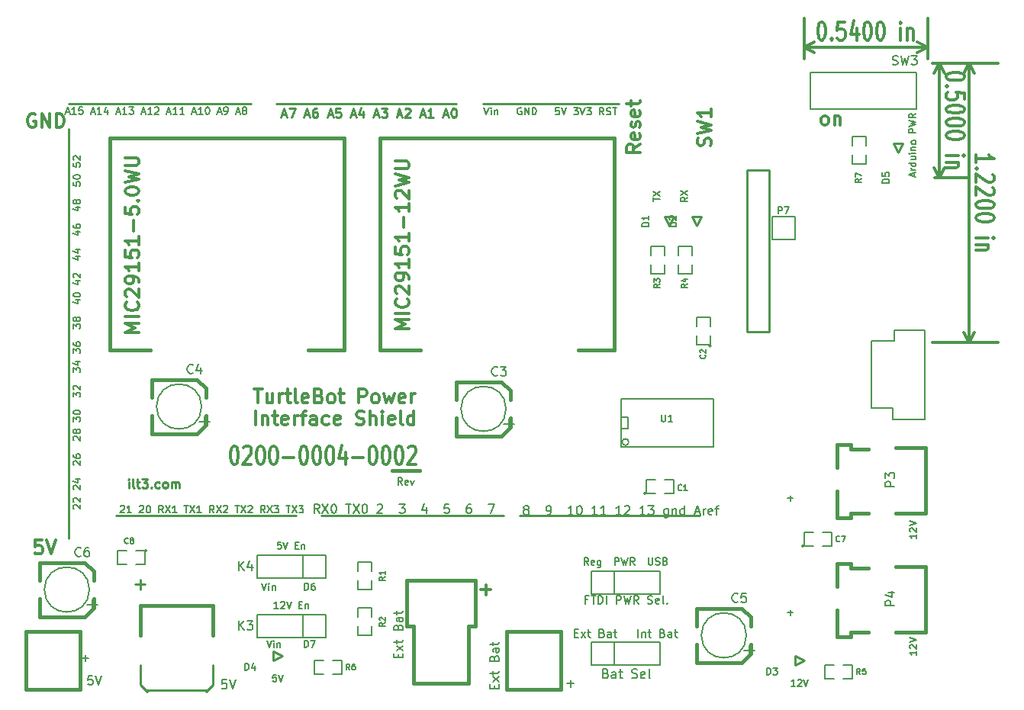
<source format=gto>
G04 (created by PCBNEW-RS274X (2011-nov-30)-testing) date Mon 13 Aug 2012 06:09:34 PM EDT*
%MOIN*%
G04 Gerber Fmt 3.4, Leading zero omitted, Abs format*
%FSLAX34Y34*%
G01*
G70*
G90*
G04 APERTURE LIST*
%ADD10C,0.006*%
%ADD11C,0.012*%
%ADD12C,0.015*%
%ADD13C,0.0117*%
%ADD14C,0.0097*%
%ADD15C,0.0079*%
%ADD16C,0.0109*%
%ADD17C,0.005*%
%ADD18C,0.011*%
%ADD19C,0.0078*%
%ADD20C,0.0075*%
%ADD21C,0.0069*%
%ADD22C,0.0098*%
%ADD23C,0.0062*%
%ADD24C,0.008*%
G04 APERTURE END LIST*
G54D10*
G54D11*
X41616Y26956D02*
X41616Y26899D01*
X41578Y26842D01*
X41540Y26813D01*
X41464Y26784D01*
X41311Y26756D01*
X41121Y26756D01*
X40969Y26784D01*
X40892Y26813D01*
X40854Y26842D01*
X40816Y26899D01*
X40816Y26956D01*
X40854Y27013D01*
X40892Y27042D01*
X40969Y27070D01*
X41121Y27099D01*
X41311Y27099D01*
X41464Y27070D01*
X41540Y27042D01*
X41578Y27013D01*
X41616Y26956D01*
X40892Y26499D02*
X40854Y26471D01*
X40816Y26499D01*
X40854Y26528D01*
X40892Y26499D01*
X40816Y26499D01*
X41616Y25927D02*
X41616Y26213D01*
X41235Y26242D01*
X41273Y26213D01*
X41311Y26156D01*
X41311Y26013D01*
X41273Y25956D01*
X41235Y25927D01*
X41159Y25899D01*
X40969Y25899D01*
X40892Y25927D01*
X40854Y25956D01*
X40816Y26013D01*
X40816Y26156D01*
X40854Y26213D01*
X40892Y26242D01*
X41616Y25528D02*
X41616Y25471D01*
X41578Y25414D01*
X41540Y25385D01*
X41464Y25356D01*
X41311Y25328D01*
X41121Y25328D01*
X40969Y25356D01*
X40892Y25385D01*
X40854Y25414D01*
X40816Y25471D01*
X40816Y25528D01*
X40854Y25585D01*
X40892Y25614D01*
X40969Y25642D01*
X41121Y25671D01*
X41311Y25671D01*
X41464Y25642D01*
X41540Y25614D01*
X41578Y25585D01*
X41616Y25528D01*
X41616Y24957D02*
X41616Y24900D01*
X41578Y24843D01*
X41540Y24814D01*
X41464Y24785D01*
X41311Y24757D01*
X41121Y24757D01*
X40969Y24785D01*
X40892Y24814D01*
X40854Y24843D01*
X40816Y24900D01*
X40816Y24957D01*
X40854Y25014D01*
X40892Y25043D01*
X40969Y25071D01*
X41121Y25100D01*
X41311Y25100D01*
X41464Y25071D01*
X41540Y25043D01*
X41578Y25014D01*
X41616Y24957D01*
X41616Y24386D02*
X41616Y24329D01*
X41578Y24272D01*
X41540Y24243D01*
X41464Y24214D01*
X41311Y24186D01*
X41121Y24186D01*
X40969Y24214D01*
X40892Y24243D01*
X40854Y24272D01*
X40816Y24329D01*
X40816Y24386D01*
X40854Y24443D01*
X40892Y24472D01*
X40969Y24500D01*
X41121Y24529D01*
X41311Y24529D01*
X41464Y24500D01*
X41540Y24472D01*
X41578Y24443D01*
X41616Y24386D01*
X40816Y23472D02*
X41350Y23472D01*
X41616Y23472D02*
X41578Y23501D01*
X41540Y23472D01*
X41578Y23444D01*
X41616Y23472D01*
X41540Y23472D01*
X41350Y23186D02*
X40816Y23186D01*
X41273Y23186D02*
X41311Y23158D01*
X41350Y23100D01*
X41350Y23015D01*
X41311Y22958D01*
X41235Y22929D01*
X40816Y22929D01*
X40500Y27500D02*
X40500Y22500D01*
X40300Y27500D02*
X41780Y27500D01*
X40300Y22500D02*
X41780Y22500D01*
X40500Y22500D02*
X40270Y22943D01*
X40500Y22500D02*
X40730Y22943D01*
X40500Y27500D02*
X40270Y27057D01*
X40500Y27500D02*
X40730Y27057D01*
X42115Y23156D02*
X42115Y23499D01*
X42115Y23327D02*
X42915Y23327D01*
X42801Y23384D01*
X42725Y23442D01*
X42687Y23499D01*
X42191Y22899D02*
X42153Y22871D01*
X42115Y22899D01*
X42153Y22928D01*
X42191Y22899D01*
X42115Y22899D01*
X42839Y22642D02*
X42877Y22613D01*
X42915Y22556D01*
X42915Y22413D01*
X42877Y22356D01*
X42839Y22327D01*
X42763Y22299D01*
X42687Y22299D01*
X42572Y22327D01*
X42115Y22670D01*
X42115Y22299D01*
X42839Y22071D02*
X42877Y22042D01*
X42915Y21985D01*
X42915Y21842D01*
X42877Y21785D01*
X42839Y21756D01*
X42763Y21728D01*
X42687Y21728D01*
X42572Y21756D01*
X42115Y22099D01*
X42115Y21728D01*
X42915Y21357D02*
X42915Y21300D01*
X42877Y21243D01*
X42839Y21214D01*
X42763Y21185D01*
X42610Y21157D01*
X42420Y21157D01*
X42268Y21185D01*
X42191Y21214D01*
X42153Y21243D01*
X42115Y21300D01*
X42115Y21357D01*
X42153Y21414D01*
X42191Y21443D01*
X42268Y21471D01*
X42420Y21500D01*
X42610Y21500D01*
X42763Y21471D01*
X42839Y21443D01*
X42877Y21414D01*
X42915Y21357D01*
X42915Y20786D02*
X42915Y20729D01*
X42877Y20672D01*
X42839Y20643D01*
X42763Y20614D01*
X42610Y20586D01*
X42420Y20586D01*
X42268Y20614D01*
X42191Y20643D01*
X42153Y20672D01*
X42115Y20729D01*
X42115Y20786D01*
X42153Y20843D01*
X42191Y20872D01*
X42268Y20900D01*
X42420Y20929D01*
X42610Y20929D01*
X42763Y20900D01*
X42839Y20872D01*
X42877Y20843D01*
X42915Y20786D01*
X42115Y19872D02*
X42649Y19872D01*
X42915Y19872D02*
X42877Y19901D01*
X42839Y19872D01*
X42877Y19844D01*
X42915Y19872D01*
X42839Y19872D01*
X42649Y19586D02*
X42115Y19586D01*
X42572Y19586D02*
X42610Y19558D01*
X42649Y19500D01*
X42649Y19415D01*
X42610Y19358D01*
X42534Y19329D01*
X42115Y19329D01*
X41799Y27500D02*
X41799Y15300D01*
X40200Y27500D02*
X43079Y27500D01*
X40200Y15300D02*
X43079Y15300D01*
X41799Y15300D02*
X41569Y15743D01*
X41799Y15300D02*
X42029Y15743D01*
X41799Y27500D02*
X41569Y27057D01*
X41799Y27500D02*
X42029Y27057D01*
X35344Y29315D02*
X35401Y29315D01*
X35458Y29277D01*
X35487Y29239D01*
X35516Y29163D01*
X35544Y29010D01*
X35544Y28820D01*
X35516Y28668D01*
X35487Y28591D01*
X35458Y28553D01*
X35401Y28515D01*
X35344Y28515D01*
X35287Y28553D01*
X35258Y28591D01*
X35230Y28668D01*
X35201Y28820D01*
X35201Y29010D01*
X35230Y29163D01*
X35258Y29239D01*
X35287Y29277D01*
X35344Y29315D01*
X35801Y28591D02*
X35829Y28553D01*
X35801Y28515D01*
X35772Y28553D01*
X35801Y28591D01*
X35801Y28515D01*
X36373Y29315D02*
X36087Y29315D01*
X36058Y28934D01*
X36087Y28972D01*
X36144Y29010D01*
X36287Y29010D01*
X36344Y28972D01*
X36373Y28934D01*
X36401Y28858D01*
X36401Y28668D01*
X36373Y28591D01*
X36344Y28553D01*
X36287Y28515D01*
X36144Y28515D01*
X36087Y28553D01*
X36058Y28591D01*
X36915Y29049D02*
X36915Y28515D01*
X36772Y29353D02*
X36629Y28782D01*
X37001Y28782D01*
X37343Y29315D02*
X37400Y29315D01*
X37457Y29277D01*
X37486Y29239D01*
X37515Y29163D01*
X37543Y29010D01*
X37543Y28820D01*
X37515Y28668D01*
X37486Y28591D01*
X37457Y28553D01*
X37400Y28515D01*
X37343Y28515D01*
X37286Y28553D01*
X37257Y28591D01*
X37229Y28668D01*
X37200Y28820D01*
X37200Y29010D01*
X37229Y29163D01*
X37257Y29239D01*
X37286Y29277D01*
X37343Y29315D01*
X37914Y29315D02*
X37971Y29315D01*
X38028Y29277D01*
X38057Y29239D01*
X38086Y29163D01*
X38114Y29010D01*
X38114Y28820D01*
X38086Y28668D01*
X38057Y28591D01*
X38028Y28553D01*
X37971Y28515D01*
X37914Y28515D01*
X37857Y28553D01*
X37828Y28591D01*
X37800Y28668D01*
X37771Y28820D01*
X37771Y29010D01*
X37800Y29163D01*
X37828Y29239D01*
X37857Y29277D01*
X37914Y29315D01*
X38828Y28515D02*
X38828Y29049D01*
X38828Y29315D02*
X38799Y29277D01*
X38828Y29239D01*
X38856Y29277D01*
X38828Y29315D01*
X38828Y29239D01*
X39114Y29049D02*
X39114Y28515D01*
X39114Y28972D02*
X39142Y29010D01*
X39200Y29049D01*
X39285Y29049D01*
X39342Y29010D01*
X39371Y28934D01*
X39371Y28515D01*
X40000Y28199D02*
X34600Y28199D01*
X40000Y27700D02*
X40000Y29479D01*
X34600Y27700D02*
X34600Y29479D01*
X34600Y28199D02*
X35043Y28429D01*
X34600Y28199D02*
X35043Y27969D01*
X40000Y28199D02*
X39557Y28429D01*
X40000Y28199D02*
X39557Y27969D01*
G54D12*
X16600Y9700D02*
X17800Y9700D01*
G54D13*
X10586Y13257D02*
X10929Y13257D01*
X10758Y12657D02*
X10758Y13257D01*
X11386Y13057D02*
X11386Y12657D01*
X11129Y13057D02*
X11129Y12743D01*
X11157Y12686D01*
X11215Y12657D01*
X11300Y12657D01*
X11357Y12686D01*
X11386Y12714D01*
X11672Y12657D02*
X11672Y13057D01*
X11672Y12943D02*
X11700Y13000D01*
X11729Y13029D01*
X11786Y13057D01*
X11843Y13057D01*
X11957Y13057D02*
X12186Y13057D01*
X12043Y13257D02*
X12043Y12743D01*
X12071Y12686D01*
X12129Y12657D01*
X12186Y12657D01*
X12472Y12657D02*
X12414Y12686D01*
X12386Y12743D01*
X12386Y13257D01*
X12928Y12686D02*
X12871Y12657D01*
X12757Y12657D01*
X12700Y12686D01*
X12671Y12743D01*
X12671Y12971D01*
X12700Y13029D01*
X12757Y13057D01*
X12871Y13057D01*
X12928Y13029D01*
X12957Y12971D01*
X12957Y12914D01*
X12671Y12857D01*
X13414Y12971D02*
X13500Y12943D01*
X13528Y12914D01*
X13557Y12857D01*
X13557Y12771D01*
X13528Y12714D01*
X13500Y12686D01*
X13442Y12657D01*
X13214Y12657D01*
X13214Y13257D01*
X13414Y13257D01*
X13471Y13229D01*
X13500Y13200D01*
X13528Y13143D01*
X13528Y13086D01*
X13500Y13029D01*
X13471Y13000D01*
X13414Y12971D01*
X13214Y12971D01*
X13900Y12657D02*
X13842Y12686D01*
X13814Y12714D01*
X13785Y12771D01*
X13785Y12943D01*
X13814Y13000D01*
X13842Y13029D01*
X13900Y13057D01*
X13985Y13057D01*
X14042Y13029D01*
X14071Y13000D01*
X14100Y12943D01*
X14100Y12771D01*
X14071Y12714D01*
X14042Y12686D01*
X13985Y12657D01*
X13900Y12657D01*
X14271Y13057D02*
X14500Y13057D01*
X14357Y13257D02*
X14357Y12743D01*
X14385Y12686D01*
X14443Y12657D01*
X14500Y12657D01*
X15157Y12657D02*
X15157Y13257D01*
X15385Y13257D01*
X15443Y13229D01*
X15471Y13200D01*
X15500Y13143D01*
X15500Y13057D01*
X15471Y13000D01*
X15443Y12971D01*
X15385Y12943D01*
X15157Y12943D01*
X15843Y12657D02*
X15785Y12686D01*
X15757Y12714D01*
X15728Y12771D01*
X15728Y12943D01*
X15757Y13000D01*
X15785Y13029D01*
X15843Y13057D01*
X15928Y13057D01*
X15985Y13029D01*
X16014Y13000D01*
X16043Y12943D01*
X16043Y12771D01*
X16014Y12714D01*
X15985Y12686D01*
X15928Y12657D01*
X15843Y12657D01*
X16243Y13057D02*
X16357Y12657D01*
X16471Y12943D01*
X16586Y12657D01*
X16700Y13057D01*
X17157Y12686D02*
X17100Y12657D01*
X16986Y12657D01*
X16929Y12686D01*
X16900Y12743D01*
X16900Y12971D01*
X16929Y13029D01*
X16986Y13057D01*
X17100Y13057D01*
X17157Y13029D01*
X17186Y12971D01*
X17186Y12914D01*
X16900Y12857D01*
X17443Y12657D02*
X17443Y13057D01*
X17443Y12943D02*
X17471Y13000D01*
X17500Y13029D01*
X17557Y13057D01*
X17614Y13057D01*
X10644Y11700D02*
X10644Y12300D01*
X10930Y12100D02*
X10930Y11700D01*
X10930Y12043D02*
X10958Y12072D01*
X11016Y12100D01*
X11101Y12100D01*
X11158Y12072D01*
X11187Y12014D01*
X11187Y11700D01*
X11387Y12100D02*
X11616Y12100D01*
X11473Y12300D02*
X11473Y11786D01*
X11501Y11729D01*
X11559Y11700D01*
X11616Y11700D01*
X12044Y11729D02*
X11987Y11700D01*
X11873Y11700D01*
X11816Y11729D01*
X11787Y11786D01*
X11787Y12014D01*
X11816Y12072D01*
X11873Y12100D01*
X11987Y12100D01*
X12044Y12072D01*
X12073Y12014D01*
X12073Y11957D01*
X11787Y11900D01*
X12330Y11700D02*
X12330Y12100D01*
X12330Y11986D02*
X12358Y12043D01*
X12387Y12072D01*
X12444Y12100D01*
X12501Y12100D01*
X12615Y12100D02*
X12844Y12100D01*
X12701Y11700D02*
X12701Y12214D01*
X12729Y12272D01*
X12787Y12300D01*
X12844Y12300D01*
X13301Y11700D02*
X13301Y12014D01*
X13272Y12072D01*
X13215Y12100D01*
X13101Y12100D01*
X13044Y12072D01*
X13301Y11729D02*
X13244Y11700D01*
X13101Y11700D01*
X13044Y11729D01*
X13015Y11786D01*
X13015Y11843D01*
X13044Y11900D01*
X13101Y11929D01*
X13244Y11929D01*
X13301Y11957D01*
X13844Y11729D02*
X13787Y11700D01*
X13673Y11700D01*
X13615Y11729D01*
X13587Y11757D01*
X13558Y11814D01*
X13558Y11986D01*
X13587Y12043D01*
X13615Y12072D01*
X13673Y12100D01*
X13787Y12100D01*
X13844Y12072D01*
X14329Y11729D02*
X14272Y11700D01*
X14158Y11700D01*
X14101Y11729D01*
X14072Y11786D01*
X14072Y12014D01*
X14101Y12072D01*
X14158Y12100D01*
X14272Y12100D01*
X14329Y12072D01*
X14358Y12014D01*
X14358Y11957D01*
X14072Y11900D01*
X15043Y11729D02*
X15129Y11700D01*
X15272Y11700D01*
X15329Y11729D01*
X15358Y11757D01*
X15386Y11814D01*
X15386Y11872D01*
X15358Y11929D01*
X15329Y11957D01*
X15272Y11986D01*
X15158Y12014D01*
X15100Y12043D01*
X15072Y12072D01*
X15043Y12129D01*
X15043Y12186D01*
X15072Y12243D01*
X15100Y12272D01*
X15158Y12300D01*
X15300Y12300D01*
X15386Y12272D01*
X15643Y11700D02*
X15643Y12300D01*
X15900Y11700D02*
X15900Y12014D01*
X15871Y12072D01*
X15814Y12100D01*
X15729Y12100D01*
X15671Y12072D01*
X15643Y12043D01*
X16186Y11700D02*
X16186Y12100D01*
X16186Y12300D02*
X16157Y12272D01*
X16186Y12243D01*
X16214Y12272D01*
X16186Y12300D01*
X16186Y12243D01*
X16700Y11729D02*
X16643Y11700D01*
X16529Y11700D01*
X16472Y11729D01*
X16443Y11786D01*
X16443Y12014D01*
X16472Y12072D01*
X16529Y12100D01*
X16643Y12100D01*
X16700Y12072D01*
X16729Y12014D01*
X16729Y11957D01*
X16443Y11900D01*
X17072Y11700D02*
X17014Y11729D01*
X16986Y11786D01*
X16986Y12300D01*
X17557Y11700D02*
X17557Y12300D01*
X17557Y11729D02*
X17500Y11700D01*
X17386Y11700D01*
X17328Y11729D01*
X17300Y11757D01*
X17271Y11814D01*
X17271Y11986D01*
X17300Y12043D01*
X17328Y12072D01*
X17386Y12100D01*
X17500Y12100D01*
X17557Y12072D01*
G54D14*
X5098Y8941D02*
X5098Y9203D01*
X5098Y9333D02*
X5080Y9315D01*
X5098Y9296D01*
X5117Y9315D01*
X5098Y9333D01*
X5098Y9296D01*
X5341Y8941D02*
X5304Y8960D01*
X5285Y8997D01*
X5285Y9333D01*
X5434Y9203D02*
X5584Y9203D01*
X5490Y9333D02*
X5490Y8997D01*
X5509Y8960D01*
X5546Y8941D01*
X5584Y8941D01*
X5677Y9333D02*
X5920Y9333D01*
X5789Y9184D01*
X5845Y9184D01*
X5882Y9165D01*
X5901Y9147D01*
X5920Y9109D01*
X5920Y9016D01*
X5901Y8979D01*
X5882Y8960D01*
X5845Y8941D01*
X5733Y8941D01*
X5696Y8960D01*
X5677Y8979D01*
X6087Y8979D02*
X6106Y8960D01*
X6087Y8941D01*
X6069Y8960D01*
X6087Y8979D01*
X6087Y8941D01*
X6442Y8960D02*
X6405Y8941D01*
X6330Y8941D01*
X6293Y8960D01*
X6274Y8979D01*
X6256Y9016D01*
X6256Y9128D01*
X6274Y9165D01*
X6293Y9184D01*
X6330Y9203D01*
X6405Y9203D01*
X6442Y9184D01*
X6666Y8941D02*
X6629Y8960D01*
X6610Y8979D01*
X6592Y9016D01*
X6592Y9128D01*
X6610Y9165D01*
X6629Y9184D01*
X6666Y9203D01*
X6722Y9203D01*
X6760Y9184D01*
X6778Y9165D01*
X6797Y9128D01*
X6797Y9016D01*
X6778Y8979D01*
X6760Y8960D01*
X6722Y8941D01*
X6666Y8941D01*
X6965Y8941D02*
X6965Y9203D01*
X6965Y9165D02*
X6984Y9184D01*
X7021Y9203D01*
X7077Y9203D01*
X7115Y9184D01*
X7133Y9147D01*
X7133Y8941D01*
X7133Y9147D02*
X7152Y9184D01*
X7189Y9203D01*
X7245Y9203D01*
X7283Y9184D01*
X7301Y9147D01*
X7301Y8941D01*
G54D15*
X17043Y9073D02*
X16939Y9222D01*
X16864Y9073D02*
X16864Y9387D01*
X16983Y9387D01*
X17013Y9372D01*
X17028Y9357D01*
X17043Y9327D01*
X17043Y9282D01*
X17028Y9252D01*
X17013Y9237D01*
X16983Y9222D01*
X16864Y9222D01*
X17297Y9088D02*
X17267Y9073D01*
X17208Y9073D01*
X17178Y9088D01*
X17163Y9118D01*
X17163Y9237D01*
X17178Y9267D01*
X17208Y9282D01*
X17267Y9282D01*
X17297Y9267D01*
X17312Y9237D01*
X17312Y9207D01*
X17163Y9178D01*
X17417Y9282D02*
X17492Y9073D01*
X17566Y9282D01*
G54D11*
X9688Y10776D02*
X9745Y10776D01*
X9802Y10738D01*
X9831Y10700D01*
X9860Y10624D01*
X9888Y10471D01*
X9888Y10281D01*
X9860Y10129D01*
X9831Y10052D01*
X9802Y10014D01*
X9745Y9976D01*
X9688Y9976D01*
X9631Y10014D01*
X9602Y10052D01*
X9574Y10129D01*
X9545Y10281D01*
X9545Y10471D01*
X9574Y10624D01*
X9602Y10700D01*
X9631Y10738D01*
X9688Y10776D01*
X10116Y10700D02*
X10145Y10738D01*
X10202Y10776D01*
X10345Y10776D01*
X10402Y10738D01*
X10431Y10700D01*
X10459Y10624D01*
X10459Y10548D01*
X10431Y10433D01*
X10088Y9976D01*
X10459Y9976D01*
X10830Y10776D02*
X10887Y10776D01*
X10944Y10738D01*
X10973Y10700D01*
X11002Y10624D01*
X11030Y10471D01*
X11030Y10281D01*
X11002Y10129D01*
X10973Y10052D01*
X10944Y10014D01*
X10887Y9976D01*
X10830Y9976D01*
X10773Y10014D01*
X10744Y10052D01*
X10716Y10129D01*
X10687Y10281D01*
X10687Y10471D01*
X10716Y10624D01*
X10744Y10700D01*
X10773Y10738D01*
X10830Y10776D01*
X11401Y10776D02*
X11458Y10776D01*
X11515Y10738D01*
X11544Y10700D01*
X11573Y10624D01*
X11601Y10471D01*
X11601Y10281D01*
X11573Y10129D01*
X11544Y10052D01*
X11515Y10014D01*
X11458Y9976D01*
X11401Y9976D01*
X11344Y10014D01*
X11315Y10052D01*
X11287Y10129D01*
X11258Y10281D01*
X11258Y10471D01*
X11287Y10624D01*
X11315Y10700D01*
X11344Y10738D01*
X11401Y10776D01*
X11858Y10281D02*
X12315Y10281D01*
X12715Y10776D02*
X12772Y10776D01*
X12829Y10738D01*
X12858Y10700D01*
X12887Y10624D01*
X12915Y10471D01*
X12915Y10281D01*
X12887Y10129D01*
X12858Y10052D01*
X12829Y10014D01*
X12772Y9976D01*
X12715Y9976D01*
X12658Y10014D01*
X12629Y10052D01*
X12601Y10129D01*
X12572Y10281D01*
X12572Y10471D01*
X12601Y10624D01*
X12629Y10700D01*
X12658Y10738D01*
X12715Y10776D01*
X13286Y10776D02*
X13343Y10776D01*
X13400Y10738D01*
X13429Y10700D01*
X13458Y10624D01*
X13486Y10471D01*
X13486Y10281D01*
X13458Y10129D01*
X13429Y10052D01*
X13400Y10014D01*
X13343Y9976D01*
X13286Y9976D01*
X13229Y10014D01*
X13200Y10052D01*
X13172Y10129D01*
X13143Y10281D01*
X13143Y10471D01*
X13172Y10624D01*
X13200Y10700D01*
X13229Y10738D01*
X13286Y10776D01*
X13857Y10776D02*
X13914Y10776D01*
X13971Y10738D01*
X14000Y10700D01*
X14029Y10624D01*
X14057Y10471D01*
X14057Y10281D01*
X14029Y10129D01*
X14000Y10052D01*
X13971Y10014D01*
X13914Y9976D01*
X13857Y9976D01*
X13800Y10014D01*
X13771Y10052D01*
X13743Y10129D01*
X13714Y10281D01*
X13714Y10471D01*
X13743Y10624D01*
X13771Y10700D01*
X13800Y10738D01*
X13857Y10776D01*
X14571Y10510D02*
X14571Y9976D01*
X14428Y10814D02*
X14285Y10243D01*
X14657Y10243D01*
X14885Y10281D02*
X15342Y10281D01*
X15742Y10776D02*
X15799Y10776D01*
X15856Y10738D01*
X15885Y10700D01*
X15914Y10624D01*
X15942Y10471D01*
X15942Y10281D01*
X15914Y10129D01*
X15885Y10052D01*
X15856Y10014D01*
X15799Y9976D01*
X15742Y9976D01*
X15685Y10014D01*
X15656Y10052D01*
X15628Y10129D01*
X15599Y10281D01*
X15599Y10471D01*
X15628Y10624D01*
X15656Y10700D01*
X15685Y10738D01*
X15742Y10776D01*
X16313Y10776D02*
X16370Y10776D01*
X16427Y10738D01*
X16456Y10700D01*
X16485Y10624D01*
X16513Y10471D01*
X16513Y10281D01*
X16485Y10129D01*
X16456Y10052D01*
X16427Y10014D01*
X16370Y9976D01*
X16313Y9976D01*
X16256Y10014D01*
X16227Y10052D01*
X16199Y10129D01*
X16170Y10281D01*
X16170Y10471D01*
X16199Y10624D01*
X16227Y10700D01*
X16256Y10738D01*
X16313Y10776D01*
X16884Y10776D02*
X16941Y10776D01*
X16998Y10738D01*
X17027Y10700D01*
X17056Y10624D01*
X17084Y10471D01*
X17084Y10281D01*
X17056Y10129D01*
X17027Y10052D01*
X16998Y10014D01*
X16941Y9976D01*
X16884Y9976D01*
X16827Y10014D01*
X16798Y10052D01*
X16770Y10129D01*
X16741Y10281D01*
X16741Y10471D01*
X16770Y10624D01*
X16798Y10700D01*
X16827Y10738D01*
X16884Y10776D01*
X17312Y10700D02*
X17341Y10738D01*
X17398Y10776D01*
X17541Y10776D01*
X17598Y10738D01*
X17627Y10700D01*
X17655Y10624D01*
X17655Y10548D01*
X17627Y10433D01*
X17284Y9976D01*
X17655Y9976D01*
G54D10*
X13700Y3400D02*
X13700Y2400D01*
X13700Y2400D02*
X10700Y2400D01*
X10700Y2400D02*
X10700Y3400D01*
X10700Y3400D02*
X13700Y3400D01*
X12700Y2400D02*
X12700Y3400D01*
X13700Y6000D02*
X13700Y5000D01*
X13700Y5000D02*
X10700Y5000D01*
X10700Y5000D02*
X10700Y6000D01*
X10700Y6000D02*
X13700Y6000D01*
X12700Y5000D02*
X12700Y6000D01*
G54D12*
X19958Y398D02*
X19958Y2898D01*
X19958Y2898D02*
X20258Y2898D01*
X20258Y2898D02*
X20258Y4898D01*
X20258Y4898D02*
X17258Y4898D01*
X17258Y4898D02*
X17258Y2898D01*
X17258Y2898D02*
X17558Y2898D01*
X17558Y2898D02*
X17558Y398D01*
X17558Y398D02*
X19958Y398D01*
X36050Y8800D02*
X36050Y7650D01*
X36050Y7650D02*
X36650Y7650D01*
X36650Y7650D02*
X36650Y7850D01*
X36650Y7850D02*
X37400Y7850D01*
X36650Y10650D02*
X37400Y10650D01*
X36650Y10650D02*
X36650Y10850D01*
X36650Y10850D02*
X36050Y10850D01*
X36050Y10850D02*
X36050Y9850D01*
X38600Y10700D02*
X39900Y10700D01*
X39900Y10700D02*
X39900Y7850D01*
X39900Y7850D02*
X38600Y7850D01*
X36050Y3600D02*
X36050Y2450D01*
X36050Y2450D02*
X36650Y2450D01*
X36650Y2450D02*
X36650Y2650D01*
X36650Y2650D02*
X37400Y2650D01*
X36650Y5450D02*
X37400Y5450D01*
X36650Y5450D02*
X36650Y5650D01*
X36650Y5650D02*
X36050Y5650D01*
X36050Y5650D02*
X36050Y4650D01*
X38600Y5500D02*
X39900Y5500D01*
X39900Y5500D02*
X39900Y2650D01*
X39900Y2650D02*
X38600Y2650D01*
G54D16*
X34200Y1600D02*
X34600Y1400D01*
X34600Y1400D02*
X34200Y1200D01*
X34200Y1200D02*
X34200Y1600D01*
X11400Y1800D02*
X11800Y1600D01*
X11800Y1600D02*
X11400Y1400D01*
X11400Y1400D02*
X11400Y1800D01*
G54D15*
X39869Y11931D02*
X39869Y15829D01*
X39869Y15829D02*
X38531Y15829D01*
X38531Y15829D02*
X38531Y15357D01*
X38531Y15357D02*
X37546Y15357D01*
X37546Y15357D02*
X37546Y12443D01*
X37546Y12443D02*
X38491Y12443D01*
X38491Y12443D02*
X38491Y11931D01*
X38491Y11931D02*
X39869Y11931D01*
G54D16*
X30100Y20800D02*
X29900Y20400D01*
X29900Y20400D02*
X29700Y20800D01*
X29700Y20800D02*
X30100Y20800D01*
X28900Y20800D02*
X28700Y20400D01*
X28700Y20400D02*
X28500Y20800D01*
X28500Y20800D02*
X28900Y20800D01*
G54D10*
X34878Y25513D02*
X34878Y27087D01*
X34878Y27087D02*
X39522Y27087D01*
X39522Y27087D02*
X39522Y25513D01*
X39522Y25513D02*
X34878Y25513D01*
G54D17*
X15100Y5300D02*
X15100Y5700D01*
X15100Y5700D02*
X15700Y5700D01*
X15700Y5700D02*
X15700Y5300D01*
X15700Y4900D02*
X15700Y4500D01*
X15700Y4500D02*
X15100Y4500D01*
X15100Y4500D02*
X15100Y4900D01*
X15100Y3300D02*
X15100Y3700D01*
X15100Y3700D02*
X15700Y3700D01*
X15700Y3700D02*
X15700Y3300D01*
X15700Y2900D02*
X15700Y2500D01*
X15700Y2500D02*
X15100Y2500D01*
X15100Y2500D02*
X15100Y2900D01*
G54D16*
X5389Y4735D02*
X5822Y4735D01*
X5625Y4931D02*
X5625Y4498D01*
X8480Y30D02*
X8775Y325D01*
X5921Y30D02*
X5626Y325D01*
X5626Y326D02*
X5626Y1211D01*
X5921Y89D02*
X8479Y89D01*
X8774Y326D02*
X8774Y1211D01*
X8775Y1211D02*
X8775Y1113D01*
G54D12*
X5626Y2500D02*
X5626Y3799D01*
X5626Y3799D02*
X8774Y3799D01*
X8774Y3799D02*
X8774Y2500D01*
X21200Y24228D02*
X26318Y24228D01*
X26318Y24228D02*
X26318Y14976D01*
X26318Y14976D02*
X24743Y14976D01*
X21200Y24228D02*
X16082Y24228D01*
X16082Y24228D02*
X16082Y14976D01*
X16082Y14976D02*
X17657Y14976D01*
X17657Y14976D02*
X17854Y14976D01*
G54D18*
X32108Y15757D02*
X33092Y15757D01*
G54D16*
X33092Y15758D02*
X33092Y22842D01*
G54D18*
X33092Y22842D02*
X32108Y22842D01*
G54D16*
X32108Y22842D02*
X32108Y15758D01*
X19413Y25733D02*
X11539Y25733D01*
X26500Y25733D02*
X20594Y25733D01*
X2484Y25733D02*
X10457Y25733D01*
X2484Y6737D02*
X2484Y24650D01*
X12425Y7721D02*
X4551Y7721D01*
X21480Y7721D02*
X13508Y7721D01*
X30043Y7721D02*
X22169Y7721D01*
G54D12*
X21619Y2681D02*
X21619Y122D01*
X21619Y122D02*
X23981Y122D01*
X23981Y122D02*
X23981Y2681D01*
X23981Y2681D02*
X21619Y2681D01*
G54D17*
X26941Y10950D02*
G75*
G03X26941Y10950I-141J0D01*
G74*
G01*
X26600Y12050D02*
X26900Y12050D01*
X26900Y12050D02*
X26900Y11550D01*
X26900Y11550D02*
X26600Y11550D01*
X30650Y10750D02*
X26600Y10750D01*
X26600Y12850D02*
X30650Y12850D01*
X26600Y12850D02*
X26600Y10750D01*
X30650Y12850D02*
X30650Y10750D01*
G54D12*
X619Y2681D02*
X619Y122D01*
X619Y122D02*
X2981Y122D01*
X2981Y122D02*
X2981Y2681D01*
X2981Y2681D02*
X619Y2681D01*
G54D10*
X25300Y4300D02*
X25300Y5300D01*
X25300Y5300D02*
X28300Y5300D01*
X28300Y5300D02*
X28300Y4300D01*
X28300Y4300D02*
X25300Y4300D01*
X26300Y5300D02*
X26300Y4300D01*
X25300Y1200D02*
X25300Y2200D01*
X25300Y2200D02*
X28300Y2200D01*
X28300Y2200D02*
X28300Y1200D01*
X28300Y1200D02*
X25300Y1200D01*
X26300Y2200D02*
X26300Y1200D01*
G54D17*
X5900Y6200D02*
G75*
G03X5900Y6200I-50J0D01*
G74*
G01*
X5400Y6200D02*
X5800Y6200D01*
X5800Y6200D02*
X5800Y5600D01*
X5800Y5600D02*
X5400Y5600D01*
X5000Y5600D02*
X4600Y5600D01*
X4600Y5600D02*
X4600Y6200D01*
X4600Y6200D02*
X5000Y6200D01*
X30550Y15150D02*
G75*
G03X30550Y15150I-50J0D01*
G74*
G01*
X30500Y15600D02*
X30500Y15200D01*
X30500Y15200D02*
X29900Y15200D01*
X29900Y15200D02*
X29900Y15600D01*
X29900Y16000D02*
X29900Y16400D01*
X29900Y16400D02*
X30500Y16400D01*
X30500Y16400D02*
X30500Y16000D01*
X27700Y8700D02*
G75*
G03X27700Y8700I-50J0D01*
G74*
G01*
X28100Y8700D02*
X27700Y8700D01*
X27700Y8700D02*
X27700Y9300D01*
X27700Y9300D02*
X28100Y9300D01*
X28500Y9300D02*
X28900Y9300D01*
X28900Y9300D02*
X28900Y8700D01*
X28900Y8700D02*
X28500Y8700D01*
X34600Y6400D02*
G75*
G03X34600Y6400I-50J0D01*
G74*
G01*
X35000Y6400D02*
X34600Y6400D01*
X34600Y6400D02*
X34600Y7000D01*
X34600Y7000D02*
X35000Y7000D01*
X35400Y7000D02*
X35800Y7000D01*
X35800Y7000D02*
X35800Y6400D01*
X35800Y6400D02*
X35400Y6400D01*
G54D12*
X9400Y24228D02*
X14518Y24228D01*
X14518Y24228D02*
X14518Y14976D01*
X14518Y14976D02*
X12943Y14976D01*
X9400Y24228D02*
X4282Y24228D01*
X4282Y24228D02*
X4282Y14976D01*
X4282Y14976D02*
X5857Y14976D01*
X5857Y14976D02*
X6054Y14976D01*
X32281Y2894D02*
X32281Y3287D01*
X32281Y3287D02*
X31887Y3681D01*
X31887Y3681D02*
X29919Y3681D01*
X29919Y3681D02*
X29919Y2894D01*
X29919Y2106D02*
X29919Y1319D01*
X29919Y1319D02*
X31887Y1319D01*
X31887Y1319D02*
X32281Y1713D01*
X32281Y1713D02*
X32281Y2106D01*
G54D19*
X32084Y2500D02*
G75*
G03X32084Y2500I-984J0D01*
G74*
G01*
G54D12*
X8481Y12894D02*
X8481Y13287D01*
X8481Y13287D02*
X8087Y13681D01*
X8087Y13681D02*
X6119Y13681D01*
X6119Y13681D02*
X6119Y12894D01*
X6119Y12106D02*
X6119Y11319D01*
X6119Y11319D02*
X8087Y11319D01*
X8087Y11319D02*
X8481Y11713D01*
X8481Y11713D02*
X8481Y12106D01*
G54D19*
X8284Y12500D02*
G75*
G03X8284Y12500I-984J0D01*
G74*
G01*
G54D12*
X21781Y12794D02*
X21781Y13187D01*
X21781Y13187D02*
X21387Y13581D01*
X21387Y13581D02*
X19419Y13581D01*
X19419Y13581D02*
X19419Y12794D01*
X19419Y12006D02*
X19419Y11219D01*
X19419Y11219D02*
X21387Y11219D01*
X21387Y11219D02*
X21781Y11613D01*
X21781Y11613D02*
X21781Y12006D01*
G54D19*
X21584Y12400D02*
G75*
G03X21584Y12400I-984J0D01*
G74*
G01*
G54D12*
X3581Y4894D02*
X3581Y5287D01*
X3581Y5287D02*
X3187Y5681D01*
X3187Y5681D02*
X1219Y5681D01*
X1219Y5681D02*
X1219Y4894D01*
X1219Y4106D02*
X1219Y3319D01*
X1219Y3319D02*
X3187Y3319D01*
X3187Y3319D02*
X3581Y3713D01*
X3581Y3713D02*
X3581Y4106D01*
G54D19*
X3384Y4500D02*
G75*
G03X3384Y4500I-984J0D01*
G74*
G01*
G54D10*
X34200Y19800D02*
X33200Y19800D01*
X33200Y20800D02*
X34200Y20800D01*
X33200Y19800D02*
X33200Y20800D01*
X34200Y20800D02*
X34200Y19800D01*
G54D17*
X27900Y19100D02*
X27900Y19500D01*
X27900Y19500D02*
X28500Y19500D01*
X28500Y19500D02*
X28500Y19100D01*
X28500Y18700D02*
X28500Y18300D01*
X28500Y18300D02*
X27900Y18300D01*
X27900Y18300D02*
X27900Y18700D01*
X29100Y19100D02*
X29100Y19500D01*
X29100Y19500D02*
X29700Y19500D01*
X29700Y19500D02*
X29700Y19100D01*
X29700Y18700D02*
X29700Y18300D01*
X29700Y18300D02*
X29100Y18300D01*
X29100Y18300D02*
X29100Y18700D01*
X35900Y600D02*
X35500Y600D01*
X35500Y600D02*
X35500Y1200D01*
X35500Y1200D02*
X35900Y1200D01*
X36300Y1200D02*
X36700Y1200D01*
X36700Y1200D02*
X36700Y600D01*
X36700Y600D02*
X36300Y600D01*
X37300Y23500D02*
X37300Y23100D01*
X37300Y23100D02*
X36700Y23100D01*
X36700Y23100D02*
X36700Y23500D01*
X36700Y23900D02*
X36700Y24300D01*
X36700Y24300D02*
X37300Y24300D01*
X37300Y24300D02*
X37300Y23900D01*
X13600Y800D02*
X13200Y800D01*
X13200Y800D02*
X13200Y1400D01*
X13200Y1400D02*
X13600Y1400D01*
X14000Y1400D02*
X14400Y1400D01*
X14400Y1400D02*
X14400Y800D01*
X14400Y800D02*
X14000Y800D01*
G54D16*
X38900Y24000D02*
X38700Y23600D01*
X38700Y23600D02*
X38500Y24000D01*
X38500Y24000D02*
X38900Y24000D01*
G54D10*
X9905Y2738D02*
X9905Y3138D01*
X10134Y2738D02*
X9962Y2967D01*
X10134Y3138D02*
X9905Y2910D01*
X10267Y3138D02*
X10515Y3138D01*
X10381Y2986D01*
X10439Y2986D01*
X10477Y2967D01*
X10496Y2948D01*
X10515Y2910D01*
X10515Y2814D01*
X10496Y2776D01*
X10477Y2757D01*
X10439Y2738D01*
X10324Y2738D01*
X10286Y2757D01*
X10267Y2776D01*
G54D20*
X11143Y2279D02*
X11243Y1979D01*
X11343Y2279D01*
X11442Y1979D02*
X11442Y2179D01*
X11442Y2279D02*
X11428Y2264D01*
X11442Y2250D01*
X11457Y2264D01*
X11442Y2279D01*
X11442Y2250D01*
X11585Y2179D02*
X11585Y1979D01*
X11585Y2150D02*
X11600Y2164D01*
X11628Y2179D01*
X11671Y2179D01*
X11700Y2164D01*
X11714Y2136D01*
X11714Y1979D01*
X12772Y1979D02*
X12772Y2279D01*
X12844Y2279D01*
X12887Y2264D01*
X12915Y2236D01*
X12930Y2207D01*
X12944Y2150D01*
X12944Y2107D01*
X12930Y2050D01*
X12915Y2021D01*
X12887Y1993D01*
X12844Y1979D01*
X12772Y1979D01*
X13044Y2279D02*
X13244Y2279D01*
X13115Y1979D01*
X11629Y3679D02*
X11457Y3679D01*
X11543Y3679D02*
X11543Y3979D01*
X11514Y3936D01*
X11486Y3907D01*
X11457Y3893D01*
X11743Y3950D02*
X11757Y3964D01*
X11786Y3979D01*
X11857Y3979D01*
X11886Y3964D01*
X11900Y3950D01*
X11915Y3921D01*
X11915Y3893D01*
X11900Y3850D01*
X11729Y3679D01*
X11915Y3679D01*
X12001Y3979D02*
X12101Y3679D01*
X12201Y3979D01*
X12529Y3836D02*
X12629Y3836D01*
X12672Y3679D02*
X12529Y3679D01*
X12529Y3979D01*
X12672Y3979D01*
X12800Y3879D02*
X12800Y3679D01*
X12800Y3850D02*
X12815Y3864D01*
X12843Y3879D01*
X12886Y3879D01*
X12915Y3864D01*
X12929Y3836D01*
X12929Y3679D01*
G54D10*
X9905Y5338D02*
X9905Y5738D01*
X10134Y5338D02*
X9962Y5567D01*
X10134Y5738D02*
X9905Y5510D01*
X10477Y5605D02*
X10477Y5338D01*
X10381Y5757D02*
X10286Y5471D01*
X10534Y5471D01*
G54D20*
X10928Y4779D02*
X11028Y4479D01*
X11128Y4779D01*
X11227Y4479D02*
X11227Y4679D01*
X11227Y4779D02*
X11213Y4764D01*
X11227Y4750D01*
X11242Y4764D01*
X11227Y4779D01*
X11227Y4750D01*
X11370Y4679D02*
X11370Y4479D01*
X11370Y4650D02*
X11385Y4664D01*
X11413Y4679D01*
X11456Y4679D01*
X11485Y4664D01*
X11499Y4636D01*
X11499Y4479D01*
X12786Y4479D02*
X12786Y4779D01*
X12858Y4779D01*
X12901Y4764D01*
X12929Y4736D01*
X12944Y4707D01*
X12958Y4650D01*
X12958Y4607D01*
X12944Y4550D01*
X12929Y4521D01*
X12901Y4493D01*
X12858Y4479D01*
X12786Y4479D01*
X13215Y4779D02*
X13158Y4779D01*
X13129Y4764D01*
X13115Y4750D01*
X13086Y4707D01*
X13072Y4650D01*
X13072Y4536D01*
X13086Y4507D01*
X13101Y4493D01*
X13129Y4479D01*
X13186Y4479D01*
X13215Y4493D01*
X13229Y4507D01*
X13244Y4536D01*
X13244Y4607D01*
X13229Y4636D01*
X13215Y4650D01*
X13186Y4664D01*
X13129Y4664D01*
X13101Y4650D01*
X13086Y4636D01*
X13072Y4607D01*
X11757Y6579D02*
X11614Y6579D01*
X11600Y6436D01*
X11614Y6450D01*
X11643Y6464D01*
X11714Y6464D01*
X11743Y6450D01*
X11757Y6436D01*
X11772Y6407D01*
X11772Y6336D01*
X11757Y6307D01*
X11743Y6293D01*
X11714Y6279D01*
X11643Y6279D01*
X11614Y6293D01*
X11600Y6307D01*
X11858Y6579D02*
X11958Y6279D01*
X12058Y6579D01*
X12386Y6436D02*
X12486Y6436D01*
X12529Y6279D02*
X12386Y6279D01*
X12386Y6579D01*
X12529Y6579D01*
X12657Y6479D02*
X12657Y6279D01*
X12657Y6450D02*
X12672Y6464D01*
X12700Y6479D01*
X12743Y6479D01*
X12772Y6464D01*
X12786Y6436D01*
X12786Y6279D01*
G54D10*
X16871Y1523D02*
X16871Y1654D01*
X17077Y1710D02*
X17077Y1523D01*
X16684Y1523D01*
X16684Y1710D01*
X17077Y1841D02*
X16815Y2047D01*
X16815Y1841D02*
X17077Y2047D01*
X16815Y2140D02*
X16815Y2290D01*
X16684Y2197D02*
X17020Y2197D01*
X17058Y2215D01*
X17077Y2253D01*
X17077Y2290D01*
X16871Y2852D02*
X16889Y2908D01*
X16908Y2926D01*
X16946Y2945D01*
X17002Y2945D01*
X17039Y2926D01*
X17058Y2908D01*
X17077Y2870D01*
X17077Y2721D01*
X16684Y2721D01*
X16684Y2852D01*
X16702Y2889D01*
X16721Y2908D01*
X16758Y2926D01*
X16796Y2926D01*
X16833Y2908D01*
X16852Y2889D01*
X16871Y2852D01*
X16871Y2721D01*
X17077Y3282D02*
X16871Y3282D01*
X16833Y3263D01*
X16815Y3226D01*
X16815Y3151D01*
X16833Y3114D01*
X17058Y3282D02*
X17077Y3245D01*
X17077Y3151D01*
X17058Y3114D01*
X17020Y3095D01*
X16983Y3095D01*
X16946Y3114D01*
X16927Y3151D01*
X16927Y3245D01*
X16908Y3282D01*
X16815Y3413D02*
X16815Y3563D01*
X16684Y3470D02*
X17020Y3470D01*
X17058Y3488D01*
X17077Y3526D01*
X17077Y3563D01*
G54D11*
X20699Y4259D02*
X20699Y4716D01*
X20928Y4487D02*
X20471Y4487D01*
G54D17*
X38562Y9005D02*
X38162Y9005D01*
X38162Y9158D01*
X38181Y9196D01*
X38200Y9215D01*
X38238Y9234D01*
X38295Y9234D01*
X38333Y9215D01*
X38352Y9196D01*
X38371Y9158D01*
X38371Y9005D01*
X38162Y9367D02*
X38162Y9615D01*
X38314Y9481D01*
X38314Y9539D01*
X38333Y9577D01*
X38352Y9596D01*
X38390Y9615D01*
X38486Y9615D01*
X38524Y9596D01*
X38543Y9577D01*
X38562Y9539D01*
X38562Y9424D01*
X38543Y9386D01*
X38524Y9367D01*
G54D20*
X39521Y6915D02*
X39521Y6743D01*
X39521Y6829D02*
X39221Y6829D01*
X39264Y6800D01*
X39293Y6772D01*
X39307Y6743D01*
X39250Y7029D02*
X39236Y7043D01*
X39221Y7072D01*
X39221Y7143D01*
X39236Y7172D01*
X39250Y7186D01*
X39279Y7201D01*
X39307Y7201D01*
X39350Y7186D01*
X39521Y7015D01*
X39521Y7201D01*
X39221Y7287D02*
X39521Y7387D01*
X39221Y7487D01*
X34007Y8386D02*
X34007Y8615D01*
X34121Y8501D02*
X33893Y8501D01*
G54D11*
G54D17*
X38562Y3805D02*
X38162Y3805D01*
X38162Y3958D01*
X38181Y3996D01*
X38200Y4015D01*
X38238Y4034D01*
X38295Y4034D01*
X38333Y4015D01*
X38352Y3996D01*
X38371Y3958D01*
X38371Y3805D01*
X38295Y4377D02*
X38562Y4377D01*
X38143Y4281D02*
X38429Y4186D01*
X38429Y4434D01*
G54D20*
X39521Y1815D02*
X39521Y1643D01*
X39521Y1729D02*
X39221Y1729D01*
X39264Y1700D01*
X39293Y1672D01*
X39307Y1643D01*
X39250Y1929D02*
X39236Y1943D01*
X39221Y1972D01*
X39221Y2043D01*
X39236Y2072D01*
X39250Y2086D01*
X39279Y2101D01*
X39307Y2101D01*
X39350Y2086D01*
X39521Y1915D01*
X39521Y2101D01*
X39221Y2187D02*
X39521Y2287D01*
X39221Y2387D01*
X34007Y3386D02*
X34007Y3615D01*
X34121Y3501D02*
X33893Y3501D01*
G54D11*
G54D17*
X32978Y779D02*
X32978Y1079D01*
X33050Y1079D01*
X33093Y1064D01*
X33121Y1036D01*
X33136Y1007D01*
X33150Y950D01*
X33150Y907D01*
X33136Y850D01*
X33121Y821D01*
X33093Y793D01*
X33050Y779D01*
X32978Y779D01*
X33250Y1079D02*
X33436Y1079D01*
X33336Y964D01*
X33378Y964D01*
X33407Y950D01*
X33421Y936D01*
X33436Y907D01*
X33436Y836D01*
X33421Y807D01*
X33407Y793D01*
X33378Y779D01*
X33293Y779D01*
X33264Y793D01*
X33250Y807D01*
G54D20*
X34215Y279D02*
X34043Y279D01*
X34129Y279D02*
X34129Y579D01*
X34100Y536D01*
X34072Y507D01*
X34043Y493D01*
X34329Y550D02*
X34343Y564D01*
X34372Y579D01*
X34443Y579D01*
X34472Y564D01*
X34486Y550D01*
X34501Y521D01*
X34501Y493D01*
X34486Y450D01*
X34315Y279D01*
X34501Y279D01*
X34587Y579D02*
X34687Y279D01*
X34787Y579D01*
G54D17*
X10178Y979D02*
X10178Y1279D01*
X10250Y1279D01*
X10293Y1264D01*
X10321Y1236D01*
X10336Y1207D01*
X10350Y1150D01*
X10350Y1107D01*
X10336Y1050D01*
X10321Y1021D01*
X10293Y993D01*
X10250Y979D01*
X10178Y979D01*
X10607Y1179D02*
X10607Y979D01*
X10536Y1293D02*
X10464Y1079D01*
X10650Y1079D01*
G54D20*
X11543Y779D02*
X11400Y779D01*
X11386Y636D01*
X11400Y650D01*
X11429Y664D01*
X11500Y664D01*
X11529Y650D01*
X11543Y636D01*
X11558Y607D01*
X11558Y536D01*
X11543Y507D01*
X11529Y493D01*
X11500Y479D01*
X11429Y479D01*
X11400Y493D01*
X11386Y507D01*
X11644Y779D02*
X11744Y479D01*
X11844Y779D01*
G54D17*
X29021Y20378D02*
X28721Y20378D01*
X28721Y20450D01*
X28736Y20493D01*
X28764Y20521D01*
X28793Y20536D01*
X28850Y20550D01*
X28893Y20550D01*
X28950Y20536D01*
X28979Y20521D01*
X29007Y20493D01*
X29021Y20450D01*
X29021Y20378D01*
X28750Y20664D02*
X28736Y20678D01*
X28721Y20707D01*
X28721Y20778D01*
X28736Y20807D01*
X28750Y20821D01*
X28779Y20836D01*
X28807Y20836D01*
X28850Y20821D01*
X29021Y20650D01*
X29021Y20836D01*
G54D20*
X29521Y21650D02*
X29379Y21550D01*
X29521Y21478D02*
X29221Y21478D01*
X29221Y21593D01*
X29236Y21621D01*
X29250Y21636D01*
X29279Y21650D01*
X29321Y21650D01*
X29350Y21636D01*
X29364Y21621D01*
X29379Y21593D01*
X29379Y21478D01*
X29221Y21750D02*
X29521Y21950D01*
X29221Y21950D02*
X29521Y21750D01*
G54D17*
X27821Y20378D02*
X27521Y20378D01*
X27521Y20450D01*
X27536Y20493D01*
X27564Y20521D01*
X27593Y20536D01*
X27650Y20550D01*
X27693Y20550D01*
X27750Y20536D01*
X27779Y20521D01*
X27807Y20493D01*
X27821Y20450D01*
X27821Y20378D01*
X27821Y20836D02*
X27821Y20664D01*
X27821Y20750D02*
X27521Y20750D01*
X27564Y20721D01*
X27593Y20693D01*
X27607Y20664D01*
G54D20*
X28021Y21472D02*
X28021Y21643D01*
X28321Y21557D02*
X28021Y21557D01*
X28021Y21715D02*
X28321Y21915D01*
X28021Y21915D02*
X28321Y21715D01*
G54D11*
X30514Y23900D02*
X30543Y23986D01*
X30543Y24129D01*
X30514Y24186D01*
X30486Y24215D01*
X30429Y24243D01*
X30371Y24243D01*
X30314Y24215D01*
X30286Y24186D01*
X30257Y24129D01*
X30229Y24015D01*
X30200Y23957D01*
X30171Y23929D01*
X30114Y23900D01*
X30057Y23900D01*
X30000Y23929D01*
X29971Y23957D01*
X29943Y24015D01*
X29943Y24157D01*
X29971Y24243D01*
X29943Y24443D02*
X30543Y24586D01*
X30114Y24700D01*
X30543Y24814D01*
X29943Y24957D01*
X30543Y25500D02*
X30543Y25157D01*
X30543Y25329D02*
X29943Y25329D01*
X30029Y25272D01*
X30086Y25214D01*
X30114Y25157D01*
X27443Y23958D02*
X27157Y23758D01*
X27443Y23615D02*
X26843Y23615D01*
X26843Y23843D01*
X26871Y23901D01*
X26900Y23929D01*
X26957Y23958D01*
X27043Y23958D01*
X27100Y23929D01*
X27129Y23901D01*
X27157Y23843D01*
X27157Y23615D01*
X27414Y24443D02*
X27443Y24386D01*
X27443Y24272D01*
X27414Y24215D01*
X27357Y24186D01*
X27129Y24186D01*
X27071Y24215D01*
X27043Y24272D01*
X27043Y24386D01*
X27071Y24443D01*
X27129Y24472D01*
X27186Y24472D01*
X27243Y24186D01*
X27414Y24700D02*
X27443Y24757D01*
X27443Y24872D01*
X27414Y24929D01*
X27357Y24957D01*
X27329Y24957D01*
X27271Y24929D01*
X27243Y24872D01*
X27243Y24786D01*
X27214Y24729D01*
X27157Y24700D01*
X27129Y24700D01*
X27071Y24729D01*
X27043Y24786D01*
X27043Y24872D01*
X27071Y24929D01*
X27414Y25443D02*
X27443Y25386D01*
X27443Y25272D01*
X27414Y25215D01*
X27357Y25186D01*
X27129Y25186D01*
X27071Y25215D01*
X27043Y25272D01*
X27043Y25386D01*
X27071Y25443D01*
X27129Y25472D01*
X27186Y25472D01*
X27243Y25186D01*
X27043Y25643D02*
X27043Y25872D01*
X26843Y25729D02*
X27357Y25729D01*
X27414Y25757D01*
X27443Y25815D01*
X27443Y25872D01*
G54D10*
X38467Y27457D02*
X38524Y27438D01*
X38620Y27438D01*
X38658Y27457D01*
X38677Y27476D01*
X38696Y27514D01*
X38696Y27552D01*
X38677Y27590D01*
X38658Y27610D01*
X38620Y27629D01*
X38543Y27648D01*
X38505Y27667D01*
X38486Y27686D01*
X38467Y27724D01*
X38467Y27762D01*
X38486Y27800D01*
X38505Y27819D01*
X38543Y27838D01*
X38639Y27838D01*
X38696Y27819D01*
X38829Y27838D02*
X38924Y27438D01*
X39001Y27724D01*
X39077Y27438D01*
X39172Y27838D01*
X39286Y27838D02*
X39534Y27838D01*
X39400Y27686D01*
X39458Y27686D01*
X39496Y27667D01*
X39515Y27648D01*
X39534Y27610D01*
X39534Y27514D01*
X39515Y27476D01*
X39496Y27457D01*
X39458Y27438D01*
X39343Y27438D01*
X39305Y27457D01*
X39286Y27476D01*
G54D20*
X39408Y22564D02*
X39408Y22707D01*
X39493Y22536D02*
X39193Y22636D01*
X39493Y22736D01*
X39493Y22835D02*
X39293Y22835D01*
X39351Y22835D02*
X39322Y22850D01*
X39308Y22864D01*
X39293Y22893D01*
X39293Y22921D01*
X39493Y23150D02*
X39193Y23150D01*
X39479Y23150D02*
X39493Y23121D01*
X39493Y23064D01*
X39479Y23036D01*
X39465Y23021D01*
X39436Y23007D01*
X39351Y23007D01*
X39322Y23021D01*
X39308Y23036D01*
X39293Y23064D01*
X39293Y23121D01*
X39308Y23150D01*
X39293Y23421D02*
X39493Y23421D01*
X39293Y23292D02*
X39451Y23292D01*
X39479Y23307D01*
X39493Y23335D01*
X39493Y23378D01*
X39479Y23407D01*
X39465Y23421D01*
X39493Y23563D02*
X39293Y23563D01*
X39193Y23563D02*
X39208Y23549D01*
X39222Y23563D01*
X39208Y23578D01*
X39193Y23563D01*
X39222Y23563D01*
X39293Y23706D02*
X39493Y23706D01*
X39322Y23706D02*
X39308Y23721D01*
X39293Y23749D01*
X39293Y23792D01*
X39308Y23821D01*
X39336Y23835D01*
X39493Y23835D01*
X39493Y24020D02*
X39479Y23992D01*
X39465Y23977D01*
X39436Y23963D01*
X39351Y23963D01*
X39322Y23977D01*
X39308Y23992D01*
X39293Y24020D01*
X39293Y24063D01*
X39308Y24092D01*
X39322Y24106D01*
X39351Y24120D01*
X39436Y24120D01*
X39465Y24106D01*
X39479Y24092D01*
X39493Y24063D01*
X39493Y24020D01*
X39493Y24477D02*
X39193Y24477D01*
X39193Y24592D01*
X39208Y24620D01*
X39222Y24635D01*
X39251Y24649D01*
X39293Y24649D01*
X39322Y24635D01*
X39336Y24620D01*
X39351Y24592D01*
X39351Y24477D01*
X39193Y24749D02*
X39493Y24820D01*
X39279Y24877D01*
X39493Y24935D01*
X39193Y25006D01*
X39493Y25292D02*
X39351Y25192D01*
X39493Y25120D02*
X39193Y25120D01*
X39193Y25235D01*
X39208Y25263D01*
X39222Y25278D01*
X39251Y25292D01*
X39293Y25292D01*
X39322Y25278D01*
X39336Y25263D01*
X39351Y25235D01*
X39351Y25120D01*
G54D11*
X35472Y24807D02*
X35414Y24836D01*
X35386Y24864D01*
X35357Y24921D01*
X35357Y25093D01*
X35386Y25150D01*
X35414Y25179D01*
X35472Y25207D01*
X35557Y25207D01*
X35614Y25179D01*
X35643Y25150D01*
X35672Y25093D01*
X35672Y24921D01*
X35643Y24864D01*
X35614Y24836D01*
X35557Y24807D01*
X35472Y24807D01*
X35929Y25207D02*
X35929Y24807D01*
X35929Y25150D02*
X35957Y25179D01*
X36015Y25207D01*
X36100Y25207D01*
X36157Y25179D01*
X36186Y25121D01*
X36186Y24807D01*
G54D17*
X16301Y5058D02*
X16182Y4975D01*
X16301Y4916D02*
X16051Y4916D01*
X16051Y5011D01*
X16063Y5035D01*
X16075Y5046D01*
X16099Y5058D01*
X16135Y5058D01*
X16158Y5046D01*
X16170Y5035D01*
X16182Y5011D01*
X16182Y4916D01*
X16301Y5296D02*
X16301Y5154D01*
X16301Y5225D02*
X16051Y5225D01*
X16087Y5201D01*
X16111Y5177D01*
X16123Y5154D01*
X16301Y3058D02*
X16182Y2975D01*
X16301Y2916D02*
X16051Y2916D01*
X16051Y3011D01*
X16063Y3035D01*
X16075Y3046D01*
X16099Y3058D01*
X16135Y3058D01*
X16158Y3046D01*
X16170Y3035D01*
X16182Y3011D01*
X16182Y2916D01*
X16075Y3154D02*
X16063Y3166D01*
X16051Y3189D01*
X16051Y3249D01*
X16063Y3273D01*
X16075Y3285D01*
X16099Y3296D01*
X16123Y3296D01*
X16158Y3285D01*
X16301Y3142D01*
X16301Y3296D01*
X9376Y560D02*
X9185Y560D01*
X9166Y370D01*
X9185Y389D01*
X9223Y408D01*
X9319Y408D01*
X9357Y389D01*
X9376Y370D01*
X9395Y332D01*
X9395Y236D01*
X9376Y198D01*
X9357Y179D01*
X9319Y160D01*
X9223Y160D01*
X9185Y179D01*
X9166Y198D01*
X9509Y560D02*
X9642Y160D01*
X9776Y560D01*
G54D11*
X17349Y15893D02*
X16749Y15893D01*
X17177Y16093D01*
X16749Y16293D01*
X17349Y16293D01*
X17349Y16579D02*
X16749Y16579D01*
X17292Y17208D02*
X17320Y17179D01*
X17349Y17093D01*
X17349Y17036D01*
X17320Y16951D01*
X17263Y16893D01*
X17206Y16865D01*
X17092Y16836D01*
X17006Y16836D01*
X16892Y16865D01*
X16835Y16893D01*
X16777Y16951D01*
X16749Y17036D01*
X16749Y17093D01*
X16777Y17179D01*
X16806Y17208D01*
X16806Y17436D02*
X16777Y17465D01*
X16749Y17522D01*
X16749Y17665D01*
X16777Y17722D01*
X16806Y17751D01*
X16863Y17779D01*
X16920Y17779D01*
X17006Y17751D01*
X17349Y17408D01*
X17349Y17779D01*
X17349Y18064D02*
X17349Y18179D01*
X17320Y18236D01*
X17292Y18264D01*
X17206Y18322D01*
X17092Y18350D01*
X16863Y18350D01*
X16806Y18322D01*
X16777Y18293D01*
X16749Y18236D01*
X16749Y18122D01*
X16777Y18064D01*
X16806Y18036D01*
X16863Y18007D01*
X17006Y18007D01*
X17063Y18036D01*
X17092Y18064D01*
X17120Y18122D01*
X17120Y18236D01*
X17092Y18293D01*
X17063Y18322D01*
X17006Y18350D01*
X17349Y18921D02*
X17349Y18578D01*
X17349Y18750D02*
X16749Y18750D01*
X16835Y18693D01*
X16892Y18635D01*
X16920Y18578D01*
X16749Y19464D02*
X16749Y19178D01*
X17035Y19149D01*
X17006Y19178D01*
X16977Y19235D01*
X16977Y19378D01*
X17006Y19435D01*
X17035Y19464D01*
X17092Y19492D01*
X17235Y19492D01*
X17292Y19464D01*
X17320Y19435D01*
X17349Y19378D01*
X17349Y19235D01*
X17320Y19178D01*
X17292Y19149D01*
X17349Y20063D02*
X17349Y19720D01*
X17349Y19892D02*
X16749Y19892D01*
X16835Y19835D01*
X16892Y19777D01*
X16920Y19720D01*
X17120Y20320D02*
X17120Y20777D01*
X17349Y21377D02*
X17349Y21034D01*
X17349Y21206D02*
X16749Y21206D01*
X16835Y21149D01*
X16892Y21091D01*
X16920Y21034D01*
X16806Y21605D02*
X16777Y21634D01*
X16749Y21691D01*
X16749Y21834D01*
X16777Y21891D01*
X16806Y21920D01*
X16863Y21948D01*
X16920Y21948D01*
X17006Y21920D01*
X17349Y21577D01*
X17349Y21948D01*
X16749Y22148D02*
X17349Y22291D01*
X16920Y22405D01*
X17349Y22519D01*
X16749Y22662D01*
X16749Y22891D02*
X17235Y22891D01*
X17292Y22919D01*
X17320Y22948D01*
X17349Y23005D01*
X17349Y23119D01*
X17320Y23177D01*
X17292Y23205D01*
X17235Y23234D01*
X16749Y23234D01*
G54D21*
X20621Y25567D02*
X20726Y25253D01*
X20830Y25567D01*
X20935Y25253D02*
X20935Y25462D01*
X20935Y25567D02*
X20920Y25552D01*
X20935Y25537D01*
X20950Y25552D01*
X20935Y25567D01*
X20935Y25537D01*
X21085Y25462D02*
X21085Y25253D01*
X21085Y25432D02*
X21100Y25447D01*
X21130Y25462D01*
X21174Y25462D01*
X21204Y25447D01*
X21219Y25417D01*
X21219Y25253D01*
X22250Y25552D02*
X22220Y25567D01*
X22175Y25567D01*
X22131Y25552D01*
X22101Y25522D01*
X22086Y25492D01*
X22071Y25432D01*
X22071Y25387D01*
X22086Y25328D01*
X22101Y25298D01*
X22131Y25268D01*
X22175Y25253D01*
X22205Y25253D01*
X22250Y25268D01*
X22265Y25283D01*
X22265Y25387D01*
X22205Y25387D01*
X22400Y25253D02*
X22400Y25567D01*
X22579Y25253D01*
X22579Y25567D01*
X22729Y25253D02*
X22729Y25567D01*
X22804Y25567D01*
X22848Y25552D01*
X22878Y25522D01*
X22893Y25492D01*
X22908Y25432D01*
X22908Y25387D01*
X22893Y25328D01*
X22878Y25298D01*
X22848Y25268D01*
X22804Y25253D01*
X22729Y25253D01*
X23909Y25567D02*
X23760Y25567D01*
X23745Y25417D01*
X23760Y25432D01*
X23790Y25447D01*
X23864Y25447D01*
X23894Y25432D01*
X23909Y25417D01*
X23924Y25387D01*
X23924Y25313D01*
X23909Y25283D01*
X23894Y25268D01*
X23864Y25253D01*
X23790Y25253D01*
X23760Y25268D01*
X23745Y25283D01*
X24014Y25567D02*
X24119Y25253D01*
X24223Y25567D01*
X24537Y25567D02*
X24731Y25567D01*
X24627Y25447D01*
X24671Y25447D01*
X24701Y25432D01*
X24716Y25417D01*
X24731Y25387D01*
X24731Y25313D01*
X24716Y25283D01*
X24701Y25268D01*
X24671Y25253D01*
X24582Y25253D01*
X24552Y25268D01*
X24537Y25283D01*
X24821Y25567D02*
X24926Y25253D01*
X25030Y25567D01*
X25105Y25567D02*
X25299Y25567D01*
X25195Y25447D01*
X25239Y25447D01*
X25269Y25432D01*
X25284Y25417D01*
X25299Y25387D01*
X25299Y25313D01*
X25284Y25283D01*
X25269Y25268D01*
X25239Y25253D01*
X25150Y25253D01*
X25120Y25268D01*
X25105Y25283D01*
X25852Y25253D02*
X25748Y25402D01*
X25673Y25253D02*
X25673Y25567D01*
X25792Y25567D01*
X25822Y25552D01*
X25837Y25537D01*
X25852Y25507D01*
X25852Y25462D01*
X25837Y25432D01*
X25822Y25417D01*
X25792Y25402D01*
X25673Y25402D01*
X25972Y25268D02*
X26017Y25253D01*
X26091Y25253D01*
X26121Y25268D01*
X26136Y25283D01*
X26151Y25313D01*
X26151Y25343D01*
X26136Y25373D01*
X26121Y25387D01*
X26091Y25402D01*
X26032Y25417D01*
X26002Y25432D01*
X25987Y25447D01*
X25972Y25477D01*
X25972Y25507D01*
X25987Y25537D01*
X26002Y25552D01*
X26032Y25567D01*
X26106Y25567D01*
X26151Y25552D01*
X26241Y25567D02*
X26420Y25567D01*
X26331Y25253D02*
X26331Y25567D01*
G54D15*
X2355Y25363D02*
X2504Y25363D01*
X2325Y25273D02*
X2430Y25587D01*
X2534Y25273D01*
X2803Y25273D02*
X2624Y25273D01*
X2714Y25273D02*
X2714Y25587D01*
X2684Y25542D01*
X2654Y25512D01*
X2624Y25497D01*
X3087Y25587D02*
X2938Y25587D01*
X2923Y25437D01*
X2938Y25452D01*
X2968Y25467D01*
X3042Y25467D01*
X3072Y25452D01*
X3087Y25437D01*
X3102Y25407D01*
X3102Y25333D01*
X3087Y25303D01*
X3072Y25288D01*
X3042Y25273D01*
X2968Y25273D01*
X2938Y25288D01*
X2923Y25303D01*
X3461Y25363D02*
X3610Y25363D01*
X3431Y25273D02*
X3536Y25587D01*
X3640Y25273D01*
X3909Y25273D02*
X3730Y25273D01*
X3820Y25273D02*
X3820Y25587D01*
X3790Y25542D01*
X3760Y25512D01*
X3730Y25497D01*
X4178Y25482D02*
X4178Y25273D01*
X4104Y25602D02*
X4029Y25378D01*
X4223Y25378D01*
X4567Y25363D02*
X4716Y25363D01*
X4537Y25273D02*
X4642Y25587D01*
X4746Y25273D01*
X5015Y25273D02*
X4836Y25273D01*
X4926Y25273D02*
X4926Y25587D01*
X4896Y25542D01*
X4866Y25512D01*
X4836Y25497D01*
X5120Y25587D02*
X5314Y25587D01*
X5210Y25467D01*
X5254Y25467D01*
X5284Y25452D01*
X5299Y25437D01*
X5314Y25407D01*
X5314Y25333D01*
X5299Y25303D01*
X5284Y25288D01*
X5254Y25273D01*
X5165Y25273D01*
X5135Y25288D01*
X5120Y25303D01*
X5673Y25363D02*
X5822Y25363D01*
X5643Y25273D02*
X5748Y25587D01*
X5852Y25273D01*
X6121Y25273D02*
X5942Y25273D01*
X6032Y25273D02*
X6032Y25587D01*
X6002Y25542D01*
X5972Y25512D01*
X5942Y25497D01*
X6241Y25557D02*
X6256Y25572D01*
X6286Y25587D01*
X6360Y25587D01*
X6390Y25572D01*
X6405Y25557D01*
X6420Y25527D01*
X6420Y25497D01*
X6405Y25452D01*
X6226Y25273D01*
X6420Y25273D01*
X6779Y25363D02*
X6928Y25363D01*
X6749Y25273D02*
X6854Y25587D01*
X6958Y25273D01*
X7227Y25273D02*
X7048Y25273D01*
X7138Y25273D02*
X7138Y25587D01*
X7108Y25542D01*
X7078Y25512D01*
X7048Y25497D01*
X7526Y25273D02*
X7347Y25273D01*
X7437Y25273D02*
X7437Y25587D01*
X7407Y25542D01*
X7377Y25512D01*
X7347Y25497D01*
X7885Y25363D02*
X8034Y25363D01*
X7855Y25273D02*
X7960Y25587D01*
X8064Y25273D01*
X8333Y25273D02*
X8154Y25273D01*
X8244Y25273D02*
X8244Y25587D01*
X8214Y25542D01*
X8184Y25512D01*
X8154Y25497D01*
X8528Y25587D02*
X8557Y25587D01*
X8587Y25572D01*
X8602Y25557D01*
X8617Y25527D01*
X8632Y25467D01*
X8632Y25393D01*
X8617Y25333D01*
X8602Y25303D01*
X8587Y25288D01*
X8557Y25273D01*
X8528Y25273D01*
X8498Y25288D01*
X8483Y25303D01*
X8468Y25333D01*
X8453Y25393D01*
X8453Y25467D01*
X8468Y25527D01*
X8483Y25557D01*
X8498Y25572D01*
X8528Y25587D01*
X8991Y25363D02*
X9140Y25363D01*
X8961Y25273D02*
X9066Y25587D01*
X9170Y25273D01*
X9290Y25273D02*
X9350Y25273D01*
X9379Y25288D01*
X9394Y25303D01*
X9424Y25348D01*
X9439Y25407D01*
X9439Y25527D01*
X9424Y25557D01*
X9409Y25572D01*
X9379Y25587D01*
X9320Y25587D01*
X9290Y25572D01*
X9275Y25557D01*
X9260Y25527D01*
X9260Y25452D01*
X9275Y25422D01*
X9290Y25407D01*
X9320Y25393D01*
X9379Y25393D01*
X9409Y25407D01*
X9424Y25422D01*
X9439Y25452D01*
X9798Y25363D02*
X9947Y25363D01*
X9768Y25273D02*
X9873Y25587D01*
X9977Y25273D01*
X10127Y25452D02*
X10097Y25467D01*
X10082Y25482D01*
X10067Y25512D01*
X10067Y25527D01*
X10082Y25557D01*
X10097Y25572D01*
X10127Y25587D01*
X10186Y25587D01*
X10216Y25572D01*
X10231Y25557D01*
X10246Y25527D01*
X10246Y25512D01*
X10231Y25482D01*
X10216Y25467D01*
X10186Y25452D01*
X10127Y25452D01*
X10097Y25437D01*
X10082Y25422D01*
X10067Y25393D01*
X10067Y25333D01*
X10082Y25303D01*
X10097Y25288D01*
X10127Y25273D01*
X10186Y25273D01*
X10216Y25288D01*
X10231Y25303D01*
X10246Y25333D01*
X10246Y25393D01*
X10231Y25422D01*
X10216Y25437D01*
X10186Y25452D01*
G54D22*
X11785Y25254D02*
X11972Y25254D01*
X11747Y25141D02*
X11878Y25534D01*
X12009Y25141D01*
X12103Y25534D02*
X12365Y25534D01*
X12197Y25141D01*
X12795Y25254D02*
X12982Y25254D01*
X12757Y25141D02*
X12888Y25534D01*
X13019Y25141D01*
X13319Y25534D02*
X13244Y25534D01*
X13207Y25516D01*
X13188Y25497D01*
X13151Y25441D01*
X13132Y25366D01*
X13132Y25216D01*
X13151Y25179D01*
X13169Y25160D01*
X13207Y25141D01*
X13282Y25141D01*
X13319Y25160D01*
X13338Y25179D01*
X13356Y25216D01*
X13356Y25310D01*
X13338Y25347D01*
X13319Y25366D01*
X13282Y25385D01*
X13207Y25385D01*
X13169Y25366D01*
X13151Y25347D01*
X13132Y25310D01*
X13805Y25254D02*
X13992Y25254D01*
X13767Y25141D02*
X13898Y25534D01*
X14029Y25141D01*
X14348Y25534D02*
X14161Y25534D01*
X14142Y25347D01*
X14161Y25366D01*
X14198Y25385D01*
X14292Y25385D01*
X14329Y25366D01*
X14348Y25347D01*
X14366Y25310D01*
X14366Y25216D01*
X14348Y25179D01*
X14329Y25160D01*
X14292Y25141D01*
X14198Y25141D01*
X14161Y25160D01*
X14142Y25179D01*
X14815Y25254D02*
X15002Y25254D01*
X14777Y25141D02*
X14908Y25534D01*
X15039Y25141D01*
X15339Y25403D02*
X15339Y25141D01*
X15245Y25553D02*
X15152Y25272D01*
X15395Y25272D01*
X15825Y25254D02*
X16012Y25254D01*
X15787Y25141D02*
X15918Y25534D01*
X16049Y25141D01*
X16143Y25534D02*
X16386Y25534D01*
X16255Y25385D01*
X16312Y25385D01*
X16349Y25366D01*
X16368Y25347D01*
X16386Y25310D01*
X16386Y25216D01*
X16368Y25179D01*
X16349Y25160D01*
X16312Y25141D01*
X16199Y25141D01*
X16162Y25160D01*
X16143Y25179D01*
X16835Y25254D02*
X17022Y25254D01*
X16797Y25141D02*
X16928Y25534D01*
X17059Y25141D01*
X17172Y25497D02*
X17191Y25516D01*
X17228Y25534D01*
X17322Y25534D01*
X17359Y25516D01*
X17378Y25497D01*
X17396Y25460D01*
X17396Y25422D01*
X17378Y25366D01*
X17153Y25141D01*
X17396Y25141D01*
X17845Y25254D02*
X18032Y25254D01*
X17807Y25141D02*
X17938Y25534D01*
X18069Y25141D01*
X18406Y25141D02*
X18182Y25141D01*
X18294Y25141D02*
X18294Y25534D01*
X18257Y25478D01*
X18219Y25441D01*
X18182Y25422D01*
X18855Y25254D02*
X19042Y25254D01*
X18817Y25141D02*
X18948Y25534D01*
X19079Y25141D01*
X19285Y25534D02*
X19323Y25534D01*
X19360Y25516D01*
X19379Y25497D01*
X19398Y25460D01*
X19416Y25385D01*
X19416Y25291D01*
X19398Y25216D01*
X19379Y25179D01*
X19360Y25160D01*
X19323Y25141D01*
X19285Y25141D01*
X19248Y25160D01*
X19229Y25179D01*
X19211Y25216D01*
X19192Y25291D01*
X19192Y25385D01*
X19211Y25460D01*
X19229Y25497D01*
X19248Y25516D01*
X19285Y25534D01*
G54D11*
X1023Y25269D02*
X966Y25297D01*
X880Y25297D01*
X795Y25269D01*
X737Y25211D01*
X709Y25154D01*
X680Y25040D01*
X680Y24954D01*
X709Y24840D01*
X737Y24783D01*
X795Y24726D01*
X880Y24697D01*
X937Y24697D01*
X1023Y24726D01*
X1052Y24754D01*
X1052Y24954D01*
X937Y24954D01*
X1309Y24697D02*
X1309Y25297D01*
X1652Y24697D01*
X1652Y25297D01*
X1938Y24697D02*
X1938Y25297D01*
X2081Y25297D01*
X2166Y25269D01*
X2224Y25211D01*
X2252Y25154D01*
X2281Y25040D01*
X2281Y24954D01*
X2252Y24840D01*
X2224Y24783D01*
X2166Y24726D01*
X2081Y24697D01*
X1938Y24697D01*
X1314Y6657D02*
X1028Y6657D01*
X999Y6371D01*
X1028Y6400D01*
X1085Y6429D01*
X1228Y6429D01*
X1285Y6400D01*
X1314Y6371D01*
X1342Y6314D01*
X1342Y6171D01*
X1314Y6114D01*
X1285Y6086D01*
X1228Y6057D01*
X1085Y6057D01*
X1028Y6086D01*
X999Y6114D01*
X1513Y6657D02*
X1713Y6057D01*
X1913Y6657D01*
G54D15*
X2707Y8037D02*
X2692Y8052D01*
X2677Y8082D01*
X2677Y8156D01*
X2692Y8186D01*
X2707Y8201D01*
X2737Y8216D01*
X2767Y8216D01*
X2812Y8201D01*
X2991Y8022D01*
X2991Y8216D01*
X2707Y8336D02*
X2692Y8351D01*
X2677Y8381D01*
X2677Y8455D01*
X2692Y8485D01*
X2707Y8500D01*
X2737Y8515D01*
X2767Y8515D01*
X2812Y8500D01*
X2991Y8321D01*
X2991Y8515D01*
X2707Y8874D02*
X2692Y8889D01*
X2677Y8919D01*
X2677Y8993D01*
X2692Y9023D01*
X2707Y9038D01*
X2737Y9053D01*
X2767Y9053D01*
X2812Y9038D01*
X2991Y8859D01*
X2991Y9053D01*
X2782Y9322D02*
X2991Y9322D01*
X2662Y9248D02*
X2886Y9173D01*
X2886Y9367D01*
X2707Y9950D02*
X2692Y9965D01*
X2677Y9995D01*
X2677Y10069D01*
X2692Y10099D01*
X2707Y10114D01*
X2737Y10129D01*
X2767Y10129D01*
X2812Y10114D01*
X2991Y9935D01*
X2991Y10129D01*
X2677Y10398D02*
X2677Y10339D01*
X2692Y10309D01*
X2707Y10294D01*
X2752Y10264D01*
X2812Y10249D01*
X2931Y10249D01*
X2961Y10264D01*
X2976Y10279D01*
X2991Y10309D01*
X2991Y10368D01*
X2976Y10398D01*
X2961Y10413D01*
X2931Y10428D01*
X2857Y10428D01*
X2827Y10413D01*
X2812Y10398D01*
X2797Y10368D01*
X2797Y10309D01*
X2812Y10279D01*
X2827Y10264D01*
X2857Y10249D01*
X2707Y11026D02*
X2692Y11041D01*
X2677Y11071D01*
X2677Y11145D01*
X2692Y11175D01*
X2707Y11190D01*
X2737Y11205D01*
X2767Y11205D01*
X2812Y11190D01*
X2991Y11011D01*
X2991Y11205D01*
X2812Y11385D02*
X2797Y11355D01*
X2782Y11340D01*
X2752Y11325D01*
X2737Y11325D01*
X2707Y11340D01*
X2692Y11355D01*
X2677Y11385D01*
X2677Y11444D01*
X2692Y11474D01*
X2707Y11489D01*
X2737Y11504D01*
X2752Y11504D01*
X2782Y11489D01*
X2797Y11474D01*
X2812Y11444D01*
X2812Y11385D01*
X2827Y11355D01*
X2842Y11340D01*
X2871Y11325D01*
X2931Y11325D01*
X2961Y11340D01*
X2976Y11355D01*
X2991Y11385D01*
X2991Y11444D01*
X2976Y11474D01*
X2961Y11489D01*
X2931Y11504D01*
X2871Y11504D01*
X2842Y11489D01*
X2827Y11474D01*
X2812Y11444D01*
X2677Y11848D02*
X2677Y12042D01*
X2797Y11938D01*
X2797Y11982D01*
X2812Y12012D01*
X2827Y12027D01*
X2857Y12042D01*
X2931Y12042D01*
X2961Y12027D01*
X2976Y12012D01*
X2991Y11982D01*
X2991Y11893D01*
X2976Y11863D01*
X2961Y11848D01*
X2677Y12237D02*
X2677Y12266D01*
X2692Y12296D01*
X2707Y12311D01*
X2737Y12326D01*
X2797Y12341D01*
X2871Y12341D01*
X2931Y12326D01*
X2961Y12311D01*
X2976Y12296D01*
X2991Y12266D01*
X2991Y12237D01*
X2976Y12207D01*
X2961Y12192D01*
X2931Y12177D01*
X2871Y12162D01*
X2797Y12162D01*
X2737Y12177D01*
X2707Y12192D01*
X2692Y12207D01*
X2677Y12237D01*
X2677Y12924D02*
X2677Y13118D01*
X2797Y13014D01*
X2797Y13058D01*
X2812Y13088D01*
X2827Y13103D01*
X2857Y13118D01*
X2931Y13118D01*
X2961Y13103D01*
X2976Y13088D01*
X2991Y13058D01*
X2991Y12969D01*
X2976Y12939D01*
X2961Y12924D01*
X2707Y13238D02*
X2692Y13253D01*
X2677Y13283D01*
X2677Y13357D01*
X2692Y13387D01*
X2707Y13402D01*
X2737Y13417D01*
X2767Y13417D01*
X2812Y13402D01*
X2991Y13223D01*
X2991Y13417D01*
X2677Y14000D02*
X2677Y14194D01*
X2797Y14090D01*
X2797Y14134D01*
X2812Y14164D01*
X2827Y14179D01*
X2857Y14194D01*
X2931Y14194D01*
X2961Y14179D01*
X2976Y14164D01*
X2991Y14134D01*
X2991Y14045D01*
X2976Y14015D01*
X2961Y14000D01*
X2782Y14463D02*
X2991Y14463D01*
X2662Y14389D02*
X2886Y14314D01*
X2886Y14508D01*
X2677Y14837D02*
X2677Y15031D01*
X2797Y14927D01*
X2797Y14971D01*
X2812Y15001D01*
X2827Y15016D01*
X2857Y15031D01*
X2931Y15031D01*
X2961Y15016D01*
X2976Y15001D01*
X2991Y14971D01*
X2991Y14882D01*
X2976Y14852D01*
X2961Y14837D01*
X2677Y15300D02*
X2677Y15241D01*
X2692Y15211D01*
X2707Y15196D01*
X2752Y15166D01*
X2812Y15151D01*
X2931Y15151D01*
X2961Y15166D01*
X2976Y15181D01*
X2991Y15211D01*
X2991Y15270D01*
X2976Y15300D01*
X2961Y15315D01*
X2931Y15330D01*
X2857Y15330D01*
X2827Y15315D01*
X2812Y15300D01*
X2797Y15270D01*
X2797Y15211D01*
X2812Y15181D01*
X2827Y15166D01*
X2857Y15151D01*
X2677Y15913D02*
X2677Y16107D01*
X2797Y16003D01*
X2797Y16047D01*
X2812Y16077D01*
X2827Y16092D01*
X2857Y16107D01*
X2931Y16107D01*
X2961Y16092D01*
X2976Y16077D01*
X2991Y16047D01*
X2991Y15958D01*
X2976Y15928D01*
X2961Y15913D01*
X2812Y16287D02*
X2797Y16257D01*
X2782Y16242D01*
X2752Y16227D01*
X2737Y16227D01*
X2707Y16242D01*
X2692Y16257D01*
X2677Y16287D01*
X2677Y16346D01*
X2692Y16376D01*
X2707Y16391D01*
X2737Y16406D01*
X2752Y16406D01*
X2782Y16391D01*
X2797Y16376D01*
X2812Y16346D01*
X2812Y16287D01*
X2827Y16257D01*
X2842Y16242D01*
X2871Y16227D01*
X2931Y16227D01*
X2961Y16242D01*
X2976Y16257D01*
X2991Y16287D01*
X2991Y16346D01*
X2976Y16376D01*
X2961Y16391D01*
X2931Y16406D01*
X2871Y16406D01*
X2842Y16391D01*
X2827Y16376D01*
X2812Y16346D01*
X2782Y17153D02*
X2991Y17153D01*
X2662Y17079D02*
X2886Y17004D01*
X2886Y17198D01*
X2677Y17378D02*
X2677Y17407D01*
X2692Y17437D01*
X2707Y17452D01*
X2737Y17467D01*
X2797Y17482D01*
X2871Y17482D01*
X2931Y17467D01*
X2961Y17452D01*
X2976Y17437D01*
X2991Y17407D01*
X2991Y17378D01*
X2976Y17348D01*
X2961Y17333D01*
X2931Y17318D01*
X2871Y17303D01*
X2797Y17303D01*
X2737Y17318D01*
X2707Y17333D01*
X2692Y17348D01*
X2677Y17378D01*
X2782Y17990D02*
X2991Y17990D01*
X2662Y17916D02*
X2886Y17841D01*
X2886Y18035D01*
X2707Y18140D02*
X2692Y18155D01*
X2677Y18185D01*
X2677Y18259D01*
X2692Y18289D01*
X2707Y18304D01*
X2737Y18319D01*
X2767Y18319D01*
X2812Y18304D01*
X2991Y18125D01*
X2991Y18319D01*
X2782Y19066D02*
X2991Y19066D01*
X2662Y18992D02*
X2886Y18917D01*
X2886Y19111D01*
X2782Y19365D02*
X2991Y19365D01*
X2662Y19291D02*
X2886Y19216D01*
X2886Y19410D01*
X2782Y20142D02*
X2991Y20142D01*
X2662Y20068D02*
X2886Y19993D01*
X2886Y20187D01*
X2677Y20441D02*
X2677Y20382D01*
X2692Y20352D01*
X2707Y20337D01*
X2752Y20307D01*
X2812Y20292D01*
X2931Y20292D01*
X2961Y20307D01*
X2976Y20322D01*
X2991Y20352D01*
X2991Y20411D01*
X2976Y20441D01*
X2961Y20456D01*
X2931Y20471D01*
X2857Y20471D01*
X2827Y20456D01*
X2812Y20441D01*
X2797Y20411D01*
X2797Y20352D01*
X2812Y20322D01*
X2827Y20307D01*
X2857Y20292D01*
X2782Y21218D02*
X2991Y21218D01*
X2662Y21144D02*
X2886Y21069D01*
X2886Y21263D01*
X2812Y21428D02*
X2797Y21398D01*
X2782Y21383D01*
X2752Y21368D01*
X2737Y21368D01*
X2707Y21383D01*
X2692Y21398D01*
X2677Y21428D01*
X2677Y21487D01*
X2692Y21517D01*
X2707Y21532D01*
X2737Y21547D01*
X2752Y21547D01*
X2782Y21532D01*
X2797Y21517D01*
X2812Y21487D01*
X2812Y21428D01*
X2827Y21398D01*
X2842Y21383D01*
X2871Y21368D01*
X2931Y21368D01*
X2961Y21383D01*
X2976Y21398D01*
X2991Y21428D01*
X2991Y21487D01*
X2976Y21517D01*
X2961Y21532D01*
X2931Y21547D01*
X2871Y21547D01*
X2842Y21532D01*
X2827Y21517D01*
X2812Y21487D01*
X2677Y22309D02*
X2677Y22160D01*
X2827Y22145D01*
X2812Y22160D01*
X2797Y22190D01*
X2797Y22264D01*
X2812Y22294D01*
X2827Y22309D01*
X2857Y22324D01*
X2931Y22324D01*
X2961Y22309D01*
X2976Y22294D01*
X2991Y22264D01*
X2991Y22190D01*
X2976Y22160D01*
X2961Y22145D01*
X2677Y22519D02*
X2677Y22548D01*
X2692Y22578D01*
X2707Y22593D01*
X2737Y22608D01*
X2797Y22623D01*
X2871Y22623D01*
X2931Y22608D01*
X2961Y22593D01*
X2976Y22578D01*
X2991Y22548D01*
X2991Y22519D01*
X2976Y22489D01*
X2961Y22474D01*
X2931Y22459D01*
X2871Y22444D01*
X2797Y22444D01*
X2737Y22459D01*
X2707Y22474D01*
X2692Y22489D01*
X2677Y22519D01*
X2677Y23146D02*
X2677Y22997D01*
X2827Y22982D01*
X2812Y22997D01*
X2797Y23027D01*
X2797Y23101D01*
X2812Y23131D01*
X2827Y23146D01*
X2857Y23161D01*
X2931Y23161D01*
X2961Y23146D01*
X2976Y23131D01*
X2991Y23101D01*
X2991Y23027D01*
X2976Y22997D01*
X2961Y22982D01*
X2707Y23281D02*
X2692Y23296D01*
X2677Y23326D01*
X2677Y23400D01*
X2692Y23430D01*
X2707Y23445D01*
X2737Y23460D01*
X2767Y23460D01*
X2812Y23445D01*
X2991Y23266D01*
X2991Y23460D01*
X4732Y8139D02*
X4747Y8154D01*
X4777Y8169D01*
X4851Y8169D01*
X4881Y8154D01*
X4896Y8139D01*
X4911Y8109D01*
X4911Y8079D01*
X4896Y8034D01*
X4717Y7855D01*
X4911Y7855D01*
X5210Y7855D02*
X5031Y7855D01*
X5121Y7855D02*
X5121Y8169D01*
X5091Y8124D01*
X5061Y8094D01*
X5031Y8079D01*
X5569Y8139D02*
X5584Y8154D01*
X5614Y8169D01*
X5688Y8169D01*
X5718Y8154D01*
X5733Y8139D01*
X5748Y8109D01*
X5748Y8079D01*
X5733Y8034D01*
X5554Y7855D01*
X5748Y7855D01*
X5943Y8169D02*
X5972Y8169D01*
X6002Y8154D01*
X6017Y8139D01*
X6032Y8109D01*
X6047Y8049D01*
X6047Y7975D01*
X6032Y7915D01*
X6017Y7885D01*
X6002Y7870D01*
X5972Y7855D01*
X5943Y7855D01*
X5913Y7870D01*
X5898Y7885D01*
X5883Y7915D01*
X5868Y7975D01*
X5868Y8049D01*
X5883Y8109D01*
X5898Y8139D01*
X5913Y8154D01*
X5943Y8169D01*
X6600Y7855D02*
X6496Y8004D01*
X6421Y7855D02*
X6421Y8169D01*
X6540Y8169D01*
X6570Y8154D01*
X6585Y8139D01*
X6600Y8109D01*
X6600Y8064D01*
X6585Y8034D01*
X6570Y8019D01*
X6540Y8004D01*
X6421Y8004D01*
X6705Y8169D02*
X6914Y7855D01*
X6914Y8169D02*
X6705Y7855D01*
X7198Y7855D02*
X7019Y7855D01*
X7109Y7855D02*
X7109Y8169D01*
X7079Y8124D01*
X7049Y8094D01*
X7019Y8079D01*
X7527Y8169D02*
X7706Y8169D01*
X7617Y7855D02*
X7617Y8169D01*
X7781Y8169D02*
X7990Y7855D01*
X7990Y8169D02*
X7781Y7855D01*
X8274Y7855D02*
X8095Y7855D01*
X8185Y7855D02*
X8185Y8169D01*
X8155Y8124D01*
X8125Y8094D01*
X8095Y8079D01*
X8827Y7855D02*
X8723Y8004D01*
X8648Y7855D02*
X8648Y8169D01*
X8767Y8169D01*
X8797Y8154D01*
X8812Y8139D01*
X8827Y8109D01*
X8827Y8064D01*
X8812Y8034D01*
X8797Y8019D01*
X8767Y8004D01*
X8648Y8004D01*
X8932Y8169D02*
X9141Y7855D01*
X9141Y8169D02*
X8932Y7855D01*
X9246Y8139D02*
X9261Y8154D01*
X9291Y8169D01*
X9365Y8169D01*
X9395Y8154D01*
X9410Y8139D01*
X9425Y8109D01*
X9425Y8079D01*
X9410Y8034D01*
X9231Y7855D01*
X9425Y7855D01*
X9754Y8169D02*
X9933Y8169D01*
X9844Y7855D02*
X9844Y8169D01*
X10008Y8169D02*
X10217Y7855D01*
X10217Y8169D02*
X10008Y7855D01*
X10322Y8139D02*
X10337Y8154D01*
X10367Y8169D01*
X10441Y8169D01*
X10471Y8154D01*
X10486Y8139D01*
X10501Y8109D01*
X10501Y8079D01*
X10486Y8034D01*
X10307Y7855D01*
X10501Y7855D01*
X11054Y7855D02*
X10950Y8004D01*
X10875Y7855D02*
X10875Y8169D01*
X10994Y8169D01*
X11024Y8154D01*
X11039Y8139D01*
X11054Y8109D01*
X11054Y8064D01*
X11039Y8034D01*
X11024Y8019D01*
X10994Y8004D01*
X10875Y8004D01*
X11159Y8169D02*
X11368Y7855D01*
X11368Y8169D02*
X11159Y7855D01*
X11458Y8169D02*
X11652Y8169D01*
X11548Y8049D01*
X11592Y8049D01*
X11622Y8034D01*
X11637Y8019D01*
X11652Y7989D01*
X11652Y7915D01*
X11637Y7885D01*
X11622Y7870D01*
X11592Y7855D01*
X11503Y7855D01*
X11473Y7870D01*
X11458Y7885D01*
X11981Y8169D02*
X12160Y8169D01*
X12071Y7855D02*
X12071Y8169D01*
X12235Y8169D02*
X12444Y7855D01*
X12444Y8169D02*
X12235Y7855D01*
X12534Y8169D02*
X12728Y8169D01*
X12624Y8049D01*
X12668Y8049D01*
X12698Y8034D01*
X12713Y8019D01*
X12728Y7989D01*
X12728Y7915D01*
X12713Y7885D01*
X12698Y7870D01*
X12668Y7855D01*
X12579Y7855D01*
X12549Y7870D01*
X12534Y7885D01*
X13429Y7843D02*
X13299Y8030D01*
X13205Y7843D02*
X13205Y8235D01*
X13355Y8235D01*
X13392Y8217D01*
X13411Y8198D01*
X13429Y8161D01*
X13429Y8105D01*
X13411Y8067D01*
X13392Y8049D01*
X13355Y8030D01*
X13205Y8030D01*
X13560Y8235D02*
X13821Y7843D01*
X13821Y8235D02*
X13560Y7843D01*
X14045Y8235D02*
X14082Y8235D01*
X14120Y8217D01*
X14138Y8198D01*
X14157Y8161D01*
X14176Y8086D01*
X14176Y7993D01*
X14157Y7918D01*
X14138Y7881D01*
X14120Y7862D01*
X14082Y7843D01*
X14045Y7843D01*
X14008Y7862D01*
X13989Y7881D01*
X13970Y7918D01*
X13952Y7993D01*
X13952Y8086D01*
X13970Y8161D01*
X13989Y8198D01*
X14008Y8217D01*
X14045Y8235D01*
X14586Y8235D02*
X14810Y8235D01*
X14698Y7843D02*
X14698Y8235D01*
X14904Y8235D02*
X15165Y7843D01*
X15165Y8235D02*
X14904Y7843D01*
X15389Y8235D02*
X15426Y8235D01*
X15464Y8217D01*
X15482Y8198D01*
X15501Y8161D01*
X15520Y8086D01*
X15520Y7993D01*
X15501Y7918D01*
X15482Y7881D01*
X15464Y7862D01*
X15426Y7843D01*
X15389Y7843D01*
X15352Y7862D01*
X15333Y7881D01*
X15314Y7918D01*
X15296Y7993D01*
X15296Y8086D01*
X15314Y8161D01*
X15333Y8198D01*
X15352Y8217D01*
X15389Y8235D01*
X15968Y8198D02*
X15986Y8217D01*
X16024Y8235D01*
X16117Y8235D01*
X16154Y8217D01*
X16173Y8198D01*
X16192Y8161D01*
X16192Y8123D01*
X16173Y8067D01*
X15949Y7843D01*
X16192Y7843D01*
X16920Y8235D02*
X17163Y8235D01*
X17032Y8086D01*
X17088Y8086D01*
X17125Y8067D01*
X17144Y8049D01*
X17163Y8011D01*
X17163Y7918D01*
X17144Y7881D01*
X17125Y7862D01*
X17088Y7843D01*
X16976Y7843D01*
X16939Y7862D01*
X16920Y7881D01*
X18096Y8105D02*
X18096Y7843D01*
X18003Y8254D02*
X17910Y7974D01*
X18152Y7974D01*
X19086Y8235D02*
X18899Y8235D01*
X18881Y8049D01*
X18899Y8067D01*
X18937Y8086D01*
X19030Y8086D01*
X19067Y8067D01*
X19086Y8049D01*
X19105Y8011D01*
X19105Y7918D01*
X19086Y7881D01*
X19067Y7862D01*
X19030Y7843D01*
X18937Y7843D01*
X18899Y7862D01*
X18881Y7881D01*
X20038Y8235D02*
X19964Y8235D01*
X19926Y8217D01*
X19908Y8198D01*
X19870Y8142D01*
X19852Y8067D01*
X19852Y7918D01*
X19870Y7881D01*
X19889Y7862D01*
X19926Y7843D01*
X20001Y7843D01*
X20038Y7862D01*
X20057Y7881D01*
X20076Y7918D01*
X20076Y8011D01*
X20057Y8049D01*
X20038Y8067D01*
X20001Y8086D01*
X19926Y8086D01*
X19889Y8067D01*
X19870Y8049D01*
X19852Y8011D01*
X20804Y8235D02*
X21065Y8235D01*
X20897Y7843D01*
X22432Y7999D02*
X22395Y8018D01*
X22376Y8037D01*
X22358Y8074D01*
X22358Y8093D01*
X22376Y8130D01*
X22395Y8149D01*
X22432Y8167D01*
X22507Y8167D01*
X22544Y8149D01*
X22563Y8130D01*
X22582Y8093D01*
X22582Y8074D01*
X22563Y8037D01*
X22544Y8018D01*
X22507Y7999D01*
X22432Y7999D01*
X22395Y7981D01*
X22376Y7962D01*
X22358Y7925D01*
X22358Y7850D01*
X22376Y7813D01*
X22395Y7794D01*
X22432Y7775D01*
X22507Y7775D01*
X22544Y7794D01*
X22563Y7813D01*
X22582Y7850D01*
X22582Y7925D01*
X22563Y7962D01*
X22544Y7981D01*
X22507Y7999D01*
X23366Y7775D02*
X23441Y7775D01*
X23478Y7794D01*
X23497Y7813D01*
X23534Y7869D01*
X23553Y7943D01*
X23553Y8093D01*
X23534Y8130D01*
X23515Y8149D01*
X23478Y8167D01*
X23403Y8167D01*
X23366Y8149D01*
X23347Y8130D01*
X23329Y8093D01*
X23329Y7999D01*
X23347Y7962D01*
X23366Y7943D01*
X23403Y7925D01*
X23478Y7925D01*
X23515Y7943D01*
X23534Y7962D01*
X23553Y7999D01*
X24524Y7775D02*
X24300Y7775D01*
X24412Y7775D02*
X24412Y8167D01*
X24374Y8111D01*
X24337Y8074D01*
X24300Y8055D01*
X24766Y8167D02*
X24803Y8167D01*
X24841Y8149D01*
X24859Y8130D01*
X24878Y8093D01*
X24897Y8018D01*
X24897Y7925D01*
X24878Y7850D01*
X24859Y7813D01*
X24841Y7794D01*
X24803Y7775D01*
X24766Y7775D01*
X24729Y7794D01*
X24710Y7813D01*
X24691Y7850D01*
X24673Y7925D01*
X24673Y8018D01*
X24691Y8093D01*
X24710Y8130D01*
X24729Y8149D01*
X24766Y8167D01*
X25569Y7775D02*
X25345Y7775D01*
X25457Y7775D02*
X25457Y8167D01*
X25419Y8111D01*
X25382Y8074D01*
X25345Y8055D01*
X25942Y7775D02*
X25718Y7775D01*
X25830Y7775D02*
X25830Y8167D01*
X25792Y8111D01*
X25755Y8074D01*
X25718Y8055D01*
X26614Y7775D02*
X26390Y7775D01*
X26502Y7775D02*
X26502Y8167D01*
X26464Y8111D01*
X26427Y8074D01*
X26390Y8055D01*
X26763Y8130D02*
X26781Y8149D01*
X26819Y8167D01*
X26912Y8167D01*
X26949Y8149D01*
X26968Y8130D01*
X26987Y8093D01*
X26987Y8055D01*
X26968Y7999D01*
X26744Y7775D01*
X26987Y7775D01*
X27659Y7775D02*
X27435Y7775D01*
X27547Y7775D02*
X27547Y8167D01*
X27509Y8111D01*
X27472Y8074D01*
X27435Y8055D01*
X27789Y8167D02*
X28032Y8167D01*
X27901Y8018D01*
X27957Y8018D01*
X27994Y7999D01*
X28013Y7981D01*
X28032Y7943D01*
X28032Y7850D01*
X28013Y7813D01*
X27994Y7794D01*
X27957Y7775D01*
X27845Y7775D01*
X27808Y7794D01*
X27789Y7813D01*
X28666Y8037D02*
X28666Y7719D01*
X28648Y7682D01*
X28629Y7663D01*
X28592Y7645D01*
X28536Y7645D01*
X28498Y7663D01*
X28666Y7794D02*
X28629Y7775D01*
X28554Y7775D01*
X28517Y7794D01*
X28498Y7813D01*
X28480Y7850D01*
X28480Y7962D01*
X28498Y7999D01*
X28517Y8018D01*
X28554Y8037D01*
X28629Y8037D01*
X28666Y8018D01*
X28853Y8037D02*
X28853Y7775D01*
X28853Y7999D02*
X28872Y8018D01*
X28909Y8037D01*
X28965Y8037D01*
X29003Y8018D01*
X29021Y7981D01*
X29021Y7775D01*
X29376Y7775D02*
X29376Y8167D01*
X29376Y7794D02*
X29339Y7775D01*
X29264Y7775D01*
X29227Y7794D01*
X29208Y7813D01*
X29190Y7850D01*
X29190Y7962D01*
X29208Y7999D01*
X29227Y8018D01*
X29264Y8037D01*
X29339Y8037D01*
X29376Y8018D01*
X29844Y7887D02*
X30030Y7887D01*
X29806Y7775D02*
X29937Y8167D01*
X30068Y7775D01*
X30198Y7775D02*
X30198Y8037D01*
X30198Y7962D02*
X30217Y7999D01*
X30236Y8018D01*
X30273Y8037D01*
X30310Y8037D01*
X30591Y7794D02*
X30553Y7775D01*
X30479Y7775D01*
X30441Y7794D01*
X30423Y7831D01*
X30423Y7981D01*
X30441Y8018D01*
X30479Y8037D01*
X30553Y8037D01*
X30591Y8018D01*
X30609Y7981D01*
X30609Y7943D01*
X30423Y7906D01*
X30721Y8037D02*
X30871Y8037D01*
X30777Y7775D02*
X30777Y8111D01*
X30796Y8149D01*
X30833Y8167D01*
X30871Y8167D01*
G54D10*
X21073Y168D02*
X21073Y299D01*
X21279Y355D02*
X21279Y168D01*
X20886Y168D01*
X20886Y355D01*
X21279Y486D02*
X21017Y692D01*
X21017Y486D02*
X21279Y692D01*
X21017Y785D02*
X21017Y935D01*
X20886Y842D02*
X21222Y842D01*
X21260Y860D01*
X21279Y898D01*
X21279Y935D01*
X21073Y1497D02*
X21091Y1553D01*
X21110Y1571D01*
X21148Y1590D01*
X21204Y1590D01*
X21241Y1571D01*
X21260Y1553D01*
X21279Y1515D01*
X21279Y1366D01*
X20886Y1366D01*
X20886Y1497D01*
X20904Y1534D01*
X20923Y1553D01*
X20960Y1571D01*
X20998Y1571D01*
X21035Y1553D01*
X21054Y1534D01*
X21073Y1497D01*
X21073Y1366D01*
X21279Y1927D02*
X21073Y1927D01*
X21035Y1908D01*
X21017Y1871D01*
X21017Y1796D01*
X21035Y1759D01*
X21260Y1927D02*
X21279Y1890D01*
X21279Y1796D01*
X21260Y1759D01*
X21222Y1740D01*
X21185Y1740D01*
X21148Y1759D01*
X21129Y1796D01*
X21129Y1890D01*
X21110Y1927D01*
X21017Y2058D02*
X21017Y2208D01*
X20886Y2115D02*
X21222Y2115D01*
X21260Y2133D01*
X21279Y2171D01*
X21279Y2208D01*
X24251Y391D02*
X24550Y391D01*
X24400Y241D02*
X24400Y541D01*
G54D17*
X28378Y12148D02*
X28378Y11905D01*
X28393Y11876D01*
X28407Y11862D01*
X28436Y11848D01*
X28493Y11848D01*
X28521Y11862D01*
X28536Y11876D01*
X28550Y11905D01*
X28550Y12148D01*
X28850Y11848D02*
X28678Y11848D01*
X28764Y11848D02*
X28764Y12148D01*
X28735Y12105D01*
X28707Y12076D01*
X28678Y12062D01*
G54D10*
X3526Y734D02*
X3339Y734D01*
X3320Y547D01*
X3339Y566D01*
X3376Y585D01*
X3470Y585D01*
X3507Y566D01*
X3526Y547D01*
X3544Y510D01*
X3544Y416D01*
X3526Y379D01*
X3507Y360D01*
X3470Y341D01*
X3376Y341D01*
X3339Y360D01*
X3320Y379D01*
X3656Y734D02*
X3787Y341D01*
X3918Y734D01*
X3065Y1492D02*
X3335Y1492D01*
X3200Y1357D02*
X3200Y1626D01*
X25178Y5573D02*
X25074Y5722D01*
X24999Y5573D02*
X24999Y5887D01*
X25118Y5887D01*
X25148Y5872D01*
X25163Y5857D01*
X25178Y5827D01*
X25178Y5782D01*
X25163Y5752D01*
X25148Y5737D01*
X25118Y5722D01*
X24999Y5722D01*
X25432Y5588D02*
X25402Y5573D01*
X25343Y5573D01*
X25313Y5588D01*
X25298Y5618D01*
X25298Y5737D01*
X25313Y5767D01*
X25343Y5782D01*
X25402Y5782D01*
X25432Y5767D01*
X25447Y5737D01*
X25447Y5707D01*
X25298Y5678D01*
X25716Y5782D02*
X25716Y5528D01*
X25701Y5498D01*
X25686Y5483D01*
X25657Y5468D01*
X25612Y5468D01*
X25582Y5483D01*
X25716Y5588D02*
X25686Y5573D01*
X25627Y5573D01*
X25597Y5588D01*
X25582Y5603D01*
X25567Y5633D01*
X25567Y5722D01*
X25582Y5752D01*
X25597Y5767D01*
X25627Y5782D01*
X25686Y5782D01*
X25716Y5767D01*
X26344Y5573D02*
X26344Y5887D01*
X26463Y5887D01*
X26493Y5872D01*
X26508Y5857D01*
X26523Y5827D01*
X26523Y5782D01*
X26508Y5752D01*
X26493Y5737D01*
X26463Y5722D01*
X26344Y5722D01*
X26628Y5887D02*
X26703Y5573D01*
X26762Y5797D01*
X26822Y5573D01*
X26897Y5887D01*
X27196Y5573D02*
X27092Y5722D01*
X27017Y5573D02*
X27017Y5887D01*
X27136Y5887D01*
X27166Y5872D01*
X27181Y5857D01*
X27196Y5827D01*
X27196Y5782D01*
X27181Y5752D01*
X27166Y5737D01*
X27136Y5722D01*
X27017Y5722D01*
X27809Y5887D02*
X27809Y5633D01*
X27824Y5603D01*
X27839Y5588D01*
X27869Y5573D01*
X27928Y5573D01*
X27958Y5588D01*
X27973Y5603D01*
X27988Y5633D01*
X27988Y5887D01*
X28123Y5588D02*
X28168Y5573D01*
X28242Y5573D01*
X28272Y5588D01*
X28287Y5603D01*
X28302Y5633D01*
X28302Y5663D01*
X28287Y5693D01*
X28272Y5707D01*
X28242Y5722D01*
X28183Y5737D01*
X28153Y5752D01*
X28138Y5767D01*
X28123Y5797D01*
X28123Y5827D01*
X28138Y5857D01*
X28153Y5872D01*
X28183Y5887D01*
X28257Y5887D01*
X28302Y5872D01*
X28541Y5737D02*
X28586Y5722D01*
X28601Y5707D01*
X28616Y5678D01*
X28616Y5633D01*
X28601Y5603D01*
X28586Y5588D01*
X28556Y5573D01*
X28437Y5573D01*
X28437Y5887D01*
X28541Y5887D01*
X28571Y5872D01*
X28586Y5857D01*
X28601Y5827D01*
X28601Y5797D01*
X28586Y5767D01*
X28571Y5752D01*
X28541Y5737D01*
X28437Y5737D01*
X25161Y4065D02*
X25043Y4065D01*
X25043Y3880D02*
X25043Y4234D01*
X25212Y4234D01*
X25296Y4234D02*
X25498Y4234D01*
X25397Y3880D02*
X25397Y4234D01*
X25616Y3880D02*
X25616Y4234D01*
X25701Y4234D01*
X25751Y4217D01*
X25785Y4183D01*
X25802Y4149D01*
X25819Y4082D01*
X25819Y4031D01*
X25802Y3964D01*
X25785Y3930D01*
X25751Y3897D01*
X25701Y3880D01*
X25616Y3880D01*
X25970Y3880D02*
X25970Y4234D01*
X26409Y3880D02*
X26409Y4234D01*
X26544Y4234D01*
X26578Y4217D01*
X26595Y4200D01*
X26612Y4166D01*
X26612Y4116D01*
X26595Y4082D01*
X26578Y4065D01*
X26544Y4048D01*
X26409Y4048D01*
X26730Y4234D02*
X26814Y3880D01*
X26881Y4133D01*
X26949Y3880D01*
X27033Y4234D01*
X27371Y3880D02*
X27253Y4048D01*
X27168Y3880D02*
X27168Y4234D01*
X27303Y4234D01*
X27337Y4217D01*
X27354Y4200D01*
X27371Y4166D01*
X27371Y4116D01*
X27354Y4082D01*
X27337Y4065D01*
X27303Y4048D01*
X27168Y4048D01*
X27775Y3897D02*
X27826Y3880D01*
X27910Y3880D01*
X27944Y3897D01*
X27961Y3913D01*
X27978Y3947D01*
X27978Y3981D01*
X27961Y4015D01*
X27944Y4031D01*
X27910Y4048D01*
X27843Y4065D01*
X27809Y4082D01*
X27792Y4099D01*
X27775Y4133D01*
X27775Y4166D01*
X27792Y4200D01*
X27809Y4217D01*
X27843Y4234D01*
X27927Y4234D01*
X27978Y4217D01*
X28264Y3897D02*
X28230Y3880D01*
X28163Y3880D01*
X28129Y3897D01*
X28112Y3930D01*
X28112Y4065D01*
X28129Y4099D01*
X28163Y4116D01*
X28230Y4116D01*
X28264Y4099D01*
X28281Y4065D01*
X28281Y4031D01*
X28112Y3998D01*
X28483Y3880D02*
X28449Y3897D01*
X28432Y3930D01*
X28432Y4234D01*
X28617Y3913D02*
X28634Y3897D01*
X28617Y3880D01*
X28600Y3897D01*
X28617Y3913D01*
X28617Y3880D01*
X25944Y843D02*
X26001Y824D01*
X26020Y805D01*
X26039Y766D01*
X26039Y709D01*
X26020Y671D01*
X26001Y652D01*
X25963Y633D01*
X25810Y633D01*
X25810Y1033D01*
X25944Y1033D01*
X25982Y1014D01*
X26001Y995D01*
X26020Y957D01*
X26020Y919D01*
X26001Y881D01*
X25982Y862D01*
X25944Y843D01*
X25810Y843D01*
X26382Y633D02*
X26382Y843D01*
X26363Y881D01*
X26325Y900D01*
X26248Y900D01*
X26210Y881D01*
X26382Y652D02*
X26344Y633D01*
X26248Y633D01*
X26210Y652D01*
X26191Y690D01*
X26191Y728D01*
X26210Y766D01*
X26248Y785D01*
X26344Y785D01*
X26382Y805D01*
X26515Y900D02*
X26667Y900D01*
X26572Y1033D02*
X26572Y690D01*
X26591Y652D01*
X26629Y633D01*
X26667Y633D01*
X27087Y652D02*
X27144Y633D01*
X27240Y633D01*
X27278Y652D01*
X27297Y671D01*
X27316Y709D01*
X27316Y747D01*
X27297Y785D01*
X27278Y805D01*
X27240Y824D01*
X27163Y843D01*
X27125Y862D01*
X27106Y881D01*
X27087Y919D01*
X27087Y957D01*
X27106Y995D01*
X27125Y1014D01*
X27163Y1033D01*
X27259Y1033D01*
X27316Y1014D01*
X27640Y652D02*
X27602Y633D01*
X27525Y633D01*
X27487Y652D01*
X27468Y690D01*
X27468Y843D01*
X27487Y881D01*
X27525Y900D01*
X27602Y900D01*
X27640Y881D01*
X27659Y843D01*
X27659Y805D01*
X27468Y766D01*
X27887Y633D02*
X27849Y652D01*
X27830Y690D01*
X27830Y1033D01*
X24583Y2591D02*
X24701Y2591D01*
X24752Y2406D02*
X24583Y2406D01*
X24583Y2760D01*
X24752Y2760D01*
X24870Y2406D02*
X25055Y2642D01*
X24870Y2642D02*
X25055Y2406D01*
X25140Y2642D02*
X25275Y2642D01*
X25190Y2760D02*
X25190Y2456D01*
X25207Y2423D01*
X25241Y2406D01*
X25275Y2406D01*
X25780Y2591D02*
X25831Y2574D01*
X25848Y2557D01*
X25865Y2524D01*
X25865Y2473D01*
X25848Y2439D01*
X25831Y2423D01*
X25797Y2406D01*
X25662Y2406D01*
X25662Y2760D01*
X25780Y2760D01*
X25814Y2743D01*
X25831Y2726D01*
X25848Y2692D01*
X25848Y2659D01*
X25831Y2625D01*
X25814Y2608D01*
X25780Y2591D01*
X25662Y2591D01*
X26168Y2406D02*
X26168Y2591D01*
X26151Y2625D01*
X26117Y2642D01*
X26050Y2642D01*
X26016Y2625D01*
X26168Y2423D02*
X26134Y2406D01*
X26050Y2406D01*
X26016Y2423D01*
X25999Y2456D01*
X25999Y2490D01*
X26016Y2524D01*
X26050Y2541D01*
X26134Y2541D01*
X26168Y2557D01*
X26286Y2642D02*
X26421Y2642D01*
X26336Y2760D02*
X26336Y2456D01*
X26353Y2423D01*
X26387Y2406D01*
X26421Y2406D01*
X27348Y2406D02*
X27348Y2760D01*
X27517Y2642D02*
X27517Y2406D01*
X27517Y2608D02*
X27534Y2625D01*
X27568Y2642D01*
X27618Y2642D01*
X27652Y2625D01*
X27669Y2591D01*
X27669Y2406D01*
X27787Y2642D02*
X27922Y2642D01*
X27837Y2760D02*
X27837Y2456D01*
X27854Y2423D01*
X27888Y2406D01*
X27922Y2406D01*
X28427Y2591D02*
X28478Y2574D01*
X28495Y2557D01*
X28512Y2524D01*
X28512Y2473D01*
X28495Y2439D01*
X28478Y2423D01*
X28444Y2406D01*
X28309Y2406D01*
X28309Y2760D01*
X28427Y2760D01*
X28461Y2743D01*
X28478Y2726D01*
X28495Y2692D01*
X28495Y2659D01*
X28478Y2625D01*
X28461Y2608D01*
X28427Y2591D01*
X28309Y2591D01*
X28815Y2406D02*
X28815Y2591D01*
X28798Y2625D01*
X28764Y2642D01*
X28697Y2642D01*
X28663Y2625D01*
X28815Y2423D02*
X28781Y2406D01*
X28697Y2406D01*
X28663Y2423D01*
X28646Y2456D01*
X28646Y2490D01*
X28663Y2524D01*
X28697Y2541D01*
X28781Y2541D01*
X28815Y2557D01*
X28933Y2642D02*
X29068Y2642D01*
X28983Y2760D02*
X28983Y2456D01*
X29000Y2423D01*
X29034Y2406D01*
X29068Y2406D01*
G54D17*
X5073Y6534D02*
X5061Y6522D01*
X5026Y6510D01*
X5002Y6510D01*
X4966Y6522D01*
X4942Y6546D01*
X4931Y6569D01*
X4919Y6617D01*
X4919Y6653D01*
X4931Y6700D01*
X4942Y6724D01*
X4966Y6748D01*
X5002Y6760D01*
X5026Y6760D01*
X5061Y6748D01*
X5073Y6736D01*
X5216Y6653D02*
X5192Y6665D01*
X5181Y6676D01*
X5169Y6700D01*
X5169Y6712D01*
X5181Y6736D01*
X5192Y6748D01*
X5216Y6760D01*
X5264Y6760D01*
X5288Y6748D01*
X5300Y6736D01*
X5311Y6712D01*
X5311Y6700D01*
X5300Y6676D01*
X5288Y6665D01*
X5264Y6653D01*
X5216Y6653D01*
X5192Y6641D01*
X5181Y6629D01*
X5169Y6605D01*
X5169Y6557D01*
X5181Y6534D01*
X5192Y6522D01*
X5216Y6510D01*
X5264Y6510D01*
X5288Y6522D01*
X5300Y6534D01*
X5311Y6557D01*
X5311Y6605D01*
X5300Y6629D01*
X5288Y6641D01*
X5264Y6653D01*
X30277Y14758D02*
X30289Y14746D01*
X30301Y14711D01*
X30301Y14687D01*
X30289Y14651D01*
X30265Y14627D01*
X30242Y14616D01*
X30194Y14604D01*
X30158Y14604D01*
X30111Y14616D01*
X30087Y14627D01*
X30063Y14651D01*
X30051Y14687D01*
X30051Y14711D01*
X30063Y14746D01*
X30075Y14758D01*
X30075Y14854D02*
X30063Y14866D01*
X30051Y14889D01*
X30051Y14949D01*
X30063Y14973D01*
X30075Y14985D01*
X30099Y14996D01*
X30123Y14996D01*
X30158Y14985D01*
X30301Y14842D01*
X30301Y14996D01*
X29258Y8863D02*
X29246Y8851D01*
X29211Y8839D01*
X29187Y8839D01*
X29151Y8851D01*
X29127Y8875D01*
X29116Y8898D01*
X29104Y8946D01*
X29104Y8982D01*
X29116Y9029D01*
X29127Y9053D01*
X29151Y9077D01*
X29187Y9089D01*
X29211Y9089D01*
X29246Y9077D01*
X29258Y9065D01*
X29496Y8839D02*
X29354Y8839D01*
X29425Y8839D02*
X29425Y9089D01*
X29401Y9053D01*
X29377Y9029D01*
X29354Y9017D01*
X36158Y6623D02*
X36146Y6611D01*
X36111Y6599D01*
X36087Y6599D01*
X36051Y6611D01*
X36027Y6635D01*
X36016Y6658D01*
X36004Y6706D01*
X36004Y6742D01*
X36016Y6789D01*
X36027Y6813D01*
X36051Y6837D01*
X36087Y6849D01*
X36111Y6849D01*
X36146Y6837D01*
X36158Y6825D01*
X36242Y6849D02*
X36408Y6849D01*
X36301Y6599D01*
G54D11*
X5549Y15750D02*
X4949Y15750D01*
X5377Y15950D01*
X4949Y16150D01*
X5549Y16150D01*
X5549Y16436D02*
X4949Y16436D01*
X5492Y17065D02*
X5520Y17036D01*
X5549Y16950D01*
X5549Y16893D01*
X5520Y16808D01*
X5463Y16750D01*
X5406Y16722D01*
X5292Y16693D01*
X5206Y16693D01*
X5092Y16722D01*
X5035Y16750D01*
X4977Y16808D01*
X4949Y16893D01*
X4949Y16950D01*
X4977Y17036D01*
X5006Y17065D01*
X5006Y17293D02*
X4977Y17322D01*
X4949Y17379D01*
X4949Y17522D01*
X4977Y17579D01*
X5006Y17608D01*
X5063Y17636D01*
X5120Y17636D01*
X5206Y17608D01*
X5549Y17265D01*
X5549Y17636D01*
X5549Y17921D02*
X5549Y18036D01*
X5520Y18093D01*
X5492Y18121D01*
X5406Y18179D01*
X5292Y18207D01*
X5063Y18207D01*
X5006Y18179D01*
X4977Y18150D01*
X4949Y18093D01*
X4949Y17979D01*
X4977Y17921D01*
X5006Y17893D01*
X5063Y17864D01*
X5206Y17864D01*
X5263Y17893D01*
X5292Y17921D01*
X5320Y17979D01*
X5320Y18093D01*
X5292Y18150D01*
X5263Y18179D01*
X5206Y18207D01*
X5549Y18778D02*
X5549Y18435D01*
X5549Y18607D02*
X4949Y18607D01*
X5035Y18550D01*
X5092Y18492D01*
X5120Y18435D01*
X4949Y19321D02*
X4949Y19035D01*
X5235Y19006D01*
X5206Y19035D01*
X5177Y19092D01*
X5177Y19235D01*
X5206Y19292D01*
X5235Y19321D01*
X5292Y19349D01*
X5435Y19349D01*
X5492Y19321D01*
X5520Y19292D01*
X5549Y19235D01*
X5549Y19092D01*
X5520Y19035D01*
X5492Y19006D01*
X5549Y19920D02*
X5549Y19577D01*
X5549Y19749D02*
X4949Y19749D01*
X5035Y19692D01*
X5092Y19634D01*
X5120Y19577D01*
X5320Y20177D02*
X5320Y20634D01*
X4949Y21206D02*
X4949Y20920D01*
X5235Y20891D01*
X5206Y20920D01*
X5177Y20977D01*
X5177Y21120D01*
X5206Y21177D01*
X5235Y21206D01*
X5292Y21234D01*
X5435Y21234D01*
X5492Y21206D01*
X5520Y21177D01*
X5549Y21120D01*
X5549Y20977D01*
X5520Y20920D01*
X5492Y20891D01*
X5492Y21491D02*
X5520Y21519D01*
X5549Y21491D01*
X5520Y21462D01*
X5492Y21491D01*
X5549Y21491D01*
X4949Y21891D02*
X4949Y21948D01*
X4977Y22005D01*
X5006Y22034D01*
X5063Y22063D01*
X5177Y22091D01*
X5320Y22091D01*
X5435Y22063D01*
X5492Y22034D01*
X5520Y22005D01*
X5549Y21948D01*
X5549Y21891D01*
X5520Y21834D01*
X5492Y21805D01*
X5435Y21777D01*
X5320Y21748D01*
X5177Y21748D01*
X5063Y21777D01*
X5006Y21805D01*
X4977Y21834D01*
X4949Y21891D01*
X4949Y22291D02*
X5549Y22434D01*
X5120Y22548D01*
X5549Y22662D01*
X4949Y22805D01*
X4949Y23034D02*
X5435Y23034D01*
X5492Y23062D01*
X5520Y23091D01*
X5549Y23148D01*
X5549Y23262D01*
X5520Y23320D01*
X5492Y23348D01*
X5435Y23377D01*
X4949Y23377D01*
G54D23*
X31709Y3977D02*
X31690Y3958D01*
X31633Y3939D01*
X31595Y3939D01*
X31537Y3958D01*
X31499Y3996D01*
X31480Y4034D01*
X31461Y4111D01*
X31461Y4168D01*
X31480Y4244D01*
X31499Y4282D01*
X31537Y4320D01*
X31595Y4339D01*
X31633Y4339D01*
X31690Y4320D01*
X31709Y4301D01*
X32071Y4339D02*
X31880Y4339D01*
X31861Y4149D01*
X31880Y4168D01*
X31918Y4187D01*
X32014Y4187D01*
X32052Y4168D01*
X32071Y4149D01*
X32090Y4111D01*
X32090Y4015D01*
X32071Y3977D01*
X32052Y3958D01*
X32014Y3939D01*
X31918Y3939D01*
X31880Y3958D01*
X31861Y3977D01*
G54D24*
X31972Y1836D02*
X32429Y1836D01*
X32200Y1607D02*
X32200Y2064D01*
G54D23*
X7909Y13977D02*
X7890Y13958D01*
X7833Y13939D01*
X7795Y13939D01*
X7737Y13958D01*
X7699Y13996D01*
X7680Y14034D01*
X7661Y14111D01*
X7661Y14168D01*
X7680Y14244D01*
X7699Y14282D01*
X7737Y14320D01*
X7795Y14339D01*
X7833Y14339D01*
X7890Y14320D01*
X7909Y14301D01*
X8252Y14206D02*
X8252Y13939D01*
X8156Y14358D02*
X8061Y14072D01*
X8309Y14072D01*
G54D24*
X8172Y11836D02*
X8629Y11836D01*
X8400Y11607D02*
X8400Y12064D01*
G54D23*
X21209Y13877D02*
X21190Y13858D01*
X21133Y13839D01*
X21095Y13839D01*
X21037Y13858D01*
X20999Y13896D01*
X20980Y13934D01*
X20961Y14011D01*
X20961Y14068D01*
X20980Y14144D01*
X20999Y14182D01*
X21037Y14220D01*
X21095Y14239D01*
X21133Y14239D01*
X21190Y14220D01*
X21209Y14201D01*
X21342Y14239D02*
X21590Y14239D01*
X21456Y14087D01*
X21514Y14087D01*
X21552Y14068D01*
X21571Y14049D01*
X21590Y14011D01*
X21590Y13915D01*
X21571Y13877D01*
X21552Y13858D01*
X21514Y13839D01*
X21399Y13839D01*
X21361Y13858D01*
X21342Y13877D01*
G54D24*
X21472Y11736D02*
X21929Y11736D01*
X21700Y11507D02*
X21700Y11964D01*
G54D23*
X3009Y5977D02*
X2990Y5958D01*
X2933Y5939D01*
X2895Y5939D01*
X2837Y5958D01*
X2799Y5996D01*
X2780Y6034D01*
X2761Y6111D01*
X2761Y6168D01*
X2780Y6244D01*
X2799Y6282D01*
X2837Y6320D01*
X2895Y6339D01*
X2933Y6339D01*
X2990Y6320D01*
X3009Y6301D01*
X3352Y6339D02*
X3275Y6339D01*
X3237Y6320D01*
X3218Y6301D01*
X3180Y6244D01*
X3161Y6168D01*
X3161Y6015D01*
X3180Y5977D01*
X3199Y5958D01*
X3237Y5939D01*
X3314Y5939D01*
X3352Y5958D01*
X3371Y5977D01*
X3390Y6015D01*
X3390Y6111D01*
X3371Y6149D01*
X3352Y6168D01*
X3314Y6187D01*
X3237Y6187D01*
X3199Y6168D01*
X3180Y6149D01*
X3161Y6111D01*
G54D24*
X3272Y3836D02*
X3729Y3836D01*
X3500Y3607D02*
X3500Y4064D01*
G54D10*
X33478Y20929D02*
X33478Y21229D01*
X33593Y21229D01*
X33621Y21214D01*
X33636Y21200D01*
X33650Y21171D01*
X33650Y21129D01*
X33636Y21100D01*
X33621Y21086D01*
X33593Y21071D01*
X33478Y21071D01*
X33750Y21229D02*
X33950Y21229D01*
X33821Y20929D01*
G54D17*
X28301Y17858D02*
X28182Y17775D01*
X28301Y17716D02*
X28051Y17716D01*
X28051Y17811D01*
X28063Y17835D01*
X28075Y17846D01*
X28099Y17858D01*
X28135Y17858D01*
X28158Y17846D01*
X28170Y17835D01*
X28182Y17811D01*
X28182Y17716D01*
X28051Y17942D02*
X28051Y18096D01*
X28146Y18013D01*
X28146Y18049D01*
X28158Y18073D01*
X28170Y18085D01*
X28194Y18096D01*
X28254Y18096D01*
X28277Y18085D01*
X28289Y18073D01*
X28301Y18049D01*
X28301Y17977D01*
X28289Y17954D01*
X28277Y17942D01*
X29501Y17858D02*
X29382Y17775D01*
X29501Y17716D02*
X29251Y17716D01*
X29251Y17811D01*
X29263Y17835D01*
X29275Y17846D01*
X29299Y17858D01*
X29335Y17858D01*
X29358Y17846D01*
X29370Y17835D01*
X29382Y17811D01*
X29382Y17716D01*
X29335Y18073D02*
X29501Y18073D01*
X29239Y18013D02*
X29418Y17954D01*
X29418Y18108D01*
X37058Y799D02*
X36975Y918D01*
X36916Y799D02*
X36916Y1049D01*
X37011Y1049D01*
X37035Y1037D01*
X37046Y1025D01*
X37058Y1001D01*
X37058Y965D01*
X37046Y942D01*
X37035Y930D01*
X37011Y918D01*
X36916Y918D01*
X37285Y1049D02*
X37166Y1049D01*
X37154Y930D01*
X37166Y942D01*
X37189Y954D01*
X37249Y954D01*
X37273Y942D01*
X37285Y930D01*
X37296Y906D01*
X37296Y846D01*
X37285Y823D01*
X37273Y811D01*
X37249Y799D01*
X37189Y799D01*
X37166Y811D01*
X37154Y823D01*
X37101Y22458D02*
X36982Y22375D01*
X37101Y22316D02*
X36851Y22316D01*
X36851Y22411D01*
X36863Y22435D01*
X36875Y22446D01*
X36899Y22458D01*
X36935Y22458D01*
X36958Y22446D01*
X36970Y22435D01*
X36982Y22411D01*
X36982Y22316D01*
X36851Y22542D02*
X36851Y22708D01*
X37101Y22601D01*
X14758Y999D02*
X14675Y1118D01*
X14616Y999D02*
X14616Y1249D01*
X14711Y1249D01*
X14735Y1237D01*
X14746Y1225D01*
X14758Y1201D01*
X14758Y1165D01*
X14746Y1142D01*
X14735Y1130D01*
X14711Y1118D01*
X14616Y1118D01*
X14973Y1249D02*
X14925Y1249D01*
X14901Y1237D01*
X14889Y1225D01*
X14866Y1189D01*
X14854Y1142D01*
X14854Y1046D01*
X14866Y1023D01*
X14877Y1011D01*
X14901Y999D01*
X14949Y999D01*
X14973Y1011D01*
X14985Y1023D01*
X14996Y1046D01*
X14996Y1106D01*
X14985Y1130D01*
X14973Y1142D01*
X14949Y1154D01*
X14901Y1154D01*
X14877Y1142D01*
X14866Y1130D01*
X14854Y1106D01*
X38321Y22278D02*
X38021Y22278D01*
X38021Y22350D01*
X38036Y22393D01*
X38064Y22421D01*
X38093Y22436D01*
X38150Y22450D01*
X38193Y22450D01*
X38250Y22436D01*
X38279Y22421D01*
X38307Y22393D01*
X38321Y22350D01*
X38321Y22278D01*
X38021Y22721D02*
X38021Y22578D01*
X38164Y22564D01*
X38150Y22578D01*
X38136Y22607D01*
X38136Y22678D01*
X38150Y22707D01*
X38164Y22721D01*
X38193Y22736D01*
X38264Y22736D01*
X38293Y22721D01*
X38307Y22707D01*
X38321Y22678D01*
X38321Y22607D01*
X38307Y22578D01*
X38293Y22564D01*
M02*

</source>
